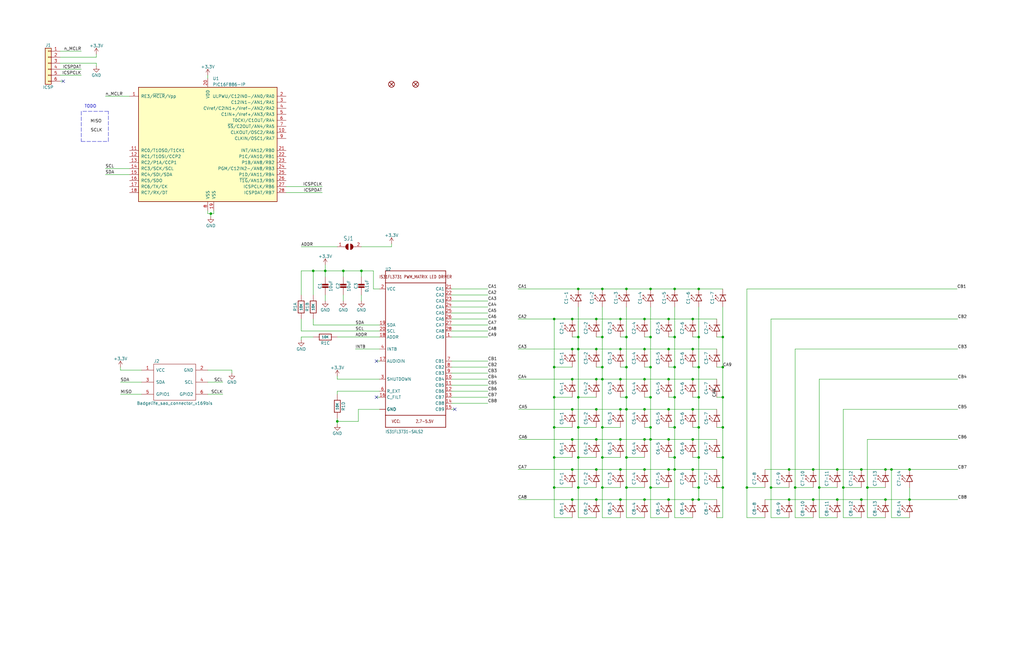
<source format=kicad_sch>
(kicad_sch (version 20211123) (generator eeschema)
  (paper "USLedger")
  (title_block (title "Vectrex SAO") (date "2022-09-24"))
  (lib_symbols
    (symbol "Badgelife:Badgelife_sao_connector_v169bis" (pin_names (offset 1.016))
      (property "Reference" "X" (at 0 0 0))
      (property "Value" "Badgelife_sao_connector_v169bis" (at 0 20.32 0))
      (symbol "Badgelife_sao_connector_v169bis_1_1"
        (pin input line (at -5.08 13.97 270) (length 5.08) (name "VCC") (number "1"))
        (pin input line (at -5.08 -13.97 90) (length 5.08) (name "GND") (number "2"))
        (pin input line (at 0 13.97 270) (length 5.08) (name "SDA") (number "3"))
        (pin input line (at 0 -13.97 90) (length 5.08) (name "SCL") (number "4"))
        (pin input line (at 5.08 13.97 270) (length 5.08) (name "GPIO1") (number "5"))
        (pin input line (at 5.08 -13.97 90) (length 5.08) (name "GPIO2") (number "6"))
      )
    )
    (symbol "Connector_Generic:Conn_01x06" (pin_names (offset 1.016) hide)
      (property "Reference" "J" (at 0 7.62 0))
      (property "Value" "Conn_01x06" (at 0 -10.16 0))
      (symbol "Conn_01x06_1_1"
        (pin passive line (at -5.08 5.08 0) (length 3.81) (name "Pin_1") (number "1"))
        (pin passive line (at -5.08 2.54 0) (length 3.81) (name "Pin_2") (number "2"))
        (pin passive line (at -5.08 0 0) (length 3.81) (name "Pin_3") (number "3"))
        (pin passive line (at -5.08 -2.54 0) (length 3.81) (name "Pin_4") (number "4"))
        (pin passive line (at -5.08 -5.08 0) (length 3.81) (name "Pin_5") (number "5"))
        (pin passive line (at -5.08 -7.62 0) (length 3.81) (name "Pin_6") (number "6"))
      )
    )
    (symbol "LED_1" (pin_numbers hide) (pin_names (offset 1.016) hide)
      (property "Reference" "D" (at 0.508 1.778 0))
      (property "Value" "LED_1" (at -1.016 -2.794 0))
      (symbol "LED_1_1_1"
        (pin passive line (at 2.54 0 180) (length 2.54) (name "K") (number "1"))
        (pin passive line (at -5.08 0 0) (length 2.54) (name "A") (number "2"))
      )
    )
    (symbol "LED_10" (pin_numbers hide) (pin_names (offset 1.016) hide)
      (property "Reference" "D" (at 0.508 1.778 0))
      (property "Value" "LED_10" (at -1.016 -2.794 0))
      (symbol "LED_10_1_1"
        (pin passive line (at 2.54 0 180) (length 2.54) (name "K") (number "1"))
        (pin passive line (at -5.08 0 0) (length 2.54) (name "A") (number "2"))
      )
    )
    (symbol "LED_11" (pin_numbers hide) (pin_names (offset 1.016) hide)
      (property "Reference" "D" (at 0.508 1.778 0))
      (property "Value" "LED_11" (at -1.016 -2.794 0))
      (symbol "LED_11_1_1"
        (pin passive line (at 2.54 0 180) (length 2.54) (name "K") (number "1"))
        (pin passive line (at -5.08 0 0) (length 2.54) (name "A") (number "2"))
      )
    )
    (symbol "LED_12" (pin_numbers hide) (pin_names (offset 1.016) hide)
      (property "Reference" "D" (at 0.508 1.778 0))
      (property "Value" "LED_12" (at -1.016 -2.794 0))
      (symbol "LED_12_1_1"
        (pin passive line (at 2.54 0 180) (length 2.54) (name "K") (number "1"))
        (pin passive line (at -5.08 0 0) (length 2.54) (name "A") (number "2"))
      )
    )
    (symbol "LED_13" (pin_numbers hide) (pin_names (offset 1.016) hide)
      (property "Reference" "D" (at 0.508 1.778 0))
      (property "Value" "LED_13" (at -1.016 -2.794 0))
      (symbol "LED_13_1_1"
        (pin passive line (at 2.54 0 180) (length 2.54) (name "K") (number "1"))
        (pin passive line (at -5.08 0 0) (length 2.54) (name "A") (number "2"))
      )
    )
    (symbol "LED_14" (pin_numbers hide) (pin_names (offset 1.016) hide)
      (property "Reference" "D" (at 0.508 1.778 0))
      (property "Value" "LED_14" (at -1.016 -2.794 0))
      (symbol "LED_14_1_1"
        (pin passive line (at 2.54 0 180) (length 2.54) (name "K") (number "1"))
        (pin passive line (at -5.08 0 0) (length 2.54) (name "A") (number "2"))
      )
    )
    (symbol "LED_15" (pin_numbers hide) (pin_names (offset 1.016) hide)
      (property "Reference" "D" (at 0.508 1.778 0))
      (property "Value" "LED_15" (at -1.016 -2.794 0))
      (symbol "LED_15_1_1"
        (pin passive line (at 2.54 0 180) (length 2.54) (name "K") (number "1"))
        (pin passive line (at -5.08 0 0) (length 2.54) (name "A") (number "2"))
      )
    )
    (symbol "LED_16" (pin_numbers hide) (pin_names (offset 1.016) hide)
      (property "Reference" "D" (at 0.508 1.778 0))
      (property "Value" "LED_16" (at -1.016 -2.794 0))
      (symbol "LED_16_1_1"
        (pin passive line (at 2.54 0 180) (length 2.54) (name "K") (number "1"))
        (pin passive line (at -5.08 0 0) (length 2.54) (name "A") (number "2"))
      )
    )
    (symbol "LED_17" (pin_numbers hide) (pin_names (offset 1.016) hide)
      (property "Reference" "D" (at 0.508 1.778 0))
      (property "Value" "LED_17" (at -1.016 -2.794 0))
      (symbol "LED_17_1_1"
        (pin passive line (at 2.54 0 180) (length 2.54) (name "K") (number "1"))
        (pin passive line (at -5.08 0 0) (length 2.54) (name "A") (number "2"))
      )
    )
    (symbol "LED_18" (pin_numbers hide) (pin_names (offset 1.016) hide)
      (property "Reference" "D" (at 0.508 1.778 0))
      (property "Value" "LED_18" (at -1.016 -2.794 0))
      (symbol "LED_18_1_1"
        (pin passive line (at 2.54 0 180) (length 2.54) (name "K") (number "1"))
        (pin passive line (at -5.08 0 0) (length 2.54) (name "A") (number "2"))
      )
    )
    (symbol "LED_19" (pin_numbers hide) (pin_names (offset 1.016) hide)
      (property "Reference" "D" (at 0.508 1.778 0))
      (property "Value" "LED_19" (at -1.016 -2.794 0))
      (symbol "LED_19_1_1"
        (pin passive line (at 2.54 0 180) (length 2.54) (name "K") (number "1"))
        (pin passive line (at -5.08 0 0) (length 2.54) (name "A") (number "2"))
      )
    )
    (symbol "LED_2" (pin_numbers hide) (pin_names (offset 1.016) hide)
      (property "Reference" "D" (at 0.508 1.778 0))
      (property "Value" "LED_2" (at -1.016 -2.794 0))
      (symbol "LED_2_1_1"
        (pin passive line (at 2.54 0 180) (length 2.54) (name "K") (number "1"))
        (pin passive line (at -5.08 0 0) (length 2.54) (name "A") (number "2"))
      )
    )
    (symbol "LED_20" (pin_numbers hide) (pin_names (offset 1.016) hide)
      (property "Reference" "D" (at 0.508 1.778 0))
      (property "Value" "LED_20" (at -1.016 -2.794 0))
      (symbol "LED_20_1_1"
        (pin passive line (at 2.54 0 180) (length 2.54) (name "K") (number "1"))
        (pin passive line (at -5.08 0 0) (length 2.54) (name "A") (number "2"))
      )
    )
    (symbol "LED_21" (pin_numbers hide) (pin_names (offset 1.016) hide)
      (property "Reference" "D" (at 0.508 1.778 0))
      (property "Value" "LED_21" (at -1.016 -2.794 0))
      (symbol "LED_21_1_1"
        (pin passive line (at 2.54 0 180) (length 2.54) (name "K") (number "1"))
        (pin passive line (at -5.08 0 0) (length 2.54) (name "A") (number "2"))
      )
    )
    (symbol "LED_22" (pin_numbers hide) (pin_names (offset 1.016) hide)
      (property "Reference" "D" (at 0.508 1.778 0))
      (property "Value" "LED_22" (at -1.016 -2.794 0))
      (symbol "LED_22_1_1"
        (pin passive line (at 2.54 0 180) (length 2.54) (name "K") (number "1"))
        (pin passive line (at -5.08 0 0) (length 2.54) (name "A") (number "2"))
      )
    )
    (symbol "LED_23" (pin_numbers hide) (pin_names (offset 1.016) hide)
      (property "Reference" "D" (at 0.508 1.778 0))
      (property "Value" "LED_23" (at -1.016 -2.794 0))
      (symbol "LED_23_1_1"
        (pin passive line (at 2.54 0 180) (length 2.54) (name "K") (number "1"))
        (pin passive line (at -5.08 0 0) (length 2.54) (name "A") (number "2"))
      )
    )
    (symbol "LED_24" (pin_numbers hide) (pin_names (offset 1.016) hide)
      (property "Reference" "D" (at 0.508 1.778 0))
      (property "Value" "LED_24" (at -1.016 -2.794 0))
      (symbol "LED_24_1_1"
        (pin passive line (at 2.54 0 180) (length 2.54) (name "K") (number "1"))
        (pin passive line (at -5.08 0 0) (length 2.54) (name "A") (number "2"))
      )
    )
    (symbol "LED_25" (pin_numbers hide) (pin_names (offset 1.016) hide)
      (property "Reference" "D" (at 0.508 1.778 0))
      (property "Value" "LED_25" (at -1.016 -2.794 0))
      (symbol "LED_25_1_1"
        (pin passive line (at 2.54 0 180) (length 2.54) (name "K") (number "1"))
        (pin passive line (at -5.08 0 0) (length 2.54) (name "A") (number "2"))
      )
    )
    (symbol "LED_26" (pin_numbers hide) (pin_names (offset 1.016) hide)
      (property "Reference" "D" (at 0.508 1.778 0))
      (property "Value" "LED_26" (at -1.016 -2.794 0))
      (symbol "LED_26_1_1"
        (pin passive line (at 2.54 0 180) (length 2.54) (name "K") (number "1"))
        (pin passive line (at -5.08 0 0) (length 2.54) (name "A") (number "2"))
      )
    )
    (symbol "LED_27" (pin_numbers hide) (pin_names (offset 1.016) hide)
      (property "Reference" "D" (at 0.508 1.778 0))
      (property "Value" "LED_27" (at -1.016 -2.794 0))
      (symbol "LED_27_1_1"
        (pin passive line (at 2.54 0 180) (length 2.54) (name "K") (number "1"))
        (pin passive line (at -5.08 0 0) (length 2.54) (name "A") (number "2"))
      )
    )
    (symbol "LED_28" (pin_numbers hide) (pin_names (offset 1.016) hide)
      (property "Reference" "D" (at 0.508 1.778 0))
      (property "Value" "LED_28" (at -1.016 -2.794 0))
      (symbol "LED_28_1_1"
        (pin passive line (at 2.54 0 180) (length 2.54) (name "K") (number "1"))
        (pin passive line (at -5.08 0 0) (length 2.54) (name "A") (number "2"))
      )
    )
    (symbol "LED_29" (pin_numbers hide) (pin_names (offset 1.016) hide)
      (property "Reference" "D" (at 0.508 1.778 0))
      (property "Value" "LED_29" (at -1.016 -2.794 0))
      (symbol "LED_29_1_1"
        (pin passive line (at 2.54 0 180) (length 2.54) (name "K") (number "1"))
        (pin passive line (at -5.08 0 0) (length 2.54) (name "A") (number "2"))
      )
    )
    (symbol "LED_3" (pin_numbers hide) (pin_names (offset 1.016) hide)
      (property "Reference" "D" (at 0.508 1.778 0))
      (property "Value" "LED_3" (at -1.016 -2.794 0))
      (symbol "LED_3_1_1"
        (pin passive line (at 2.54 0 180) (length 2.54) (name "K") (number "1"))
        (pin passive line (at -5.08 0 0) (length 2.54) (name "A") (number "2"))
      )
    )
    (symbol "LED_30" (pin_numbers hide) (pin_names (offset 1.016) hide)
      (property "Reference" "D" (at 0.508 1.778 0))
      (property "Value" "LED_30" (at -1.016 -2.794 0))
      (symbol "LED_30_1_1"
        (pin passive line (at 2.54 0 180) (length 2.54) (name "K") (number "1"))
        (pin passive line (at -5.08 0 0) (length 2.54) (name "A") (number "2"))
      )
    )
    (symbol "LED_31" (pin_numbers hide) (pin_names (offset 1.016) hide)
      (property "Reference" "D" (at 0.508 1.778 0))
      (property "Value" "LED_31" (at -1.016 -2.794 0))
      (symbol "LED_31_1_1"
        (pin passive line (at 2.54 0 180) (length 2.54) (name "K") (number "1"))
        (pin passive line (at -5.08 0 0) (length 2.54) (name "A") (number "2"))
      )
    )
    (symbol "LED_32" (pin_numbers hide) (pin_names (offset 1.016) hide)
      (property "Reference" "D" (at 0.508 1.778 0))
      (property "Value" "LED_32" (at -1.016 -2.794 0))
      (symbol "LED_32_1_1"
        (pin passive line (at 2.54 0 180) (length 2.54) (name "K") (number "1"))
        (pin passive line (at -5.08 0 0) (length 2.54) (name "A") (number "2"))
      )
    )
    (symbol "LED_33" (pin_numbers hide) (pin_names (offset 1.016) hide)
      (property "Reference" "D" (at 0.508 1.778 0))
      (property "Value" "LED_33" (at -1.016 -2.794 0))
      (symbol "LED_33_1_1"
        (pin passive line (at 2.54 0 180) (length 2.54) (name "K") (number "1"))
        (pin passive line (at -5.08 0 0) (length 2.54) (name "A") (number "2"))
      )
    )
    (symbol "LED_34" (pin_numbers hide) (pin_names (offset 1.016) hide)
      (property "Reference" "D" (at 0.508 1.778 0))
      (property "Value" "LED_34" (at -1.016 -2.794 0))
      (symbol "LED_34_1_1"
        (pin passive line (at 2.54 0 180) (length 2.54) (name "K") (number "1"))
        (pin passive line (at -5.08 0 0) (length 2.54) (name "A") (number "2"))
      )
    )
    (symbol "LED_35" (pin_numbers hide) (pin_names (offset 1.016) hide)
      (property "Reference" "D" (at 0.508 1.778 0))
      (property "Value" "LED_35" (at -1.016 -2.794 0))
      (symbol "LED_35_1_1"
        (pin passive line (at 2.54 0 180) (length 2.54) (name "K") (number "1"))
        (pin passive line (at -5.08 0 0) (length 2.54) (name "A") (number "2"))
      )
    )
    (symbol "LED_36" (pin_numbers hide) (pin_names (offset 1.016) hide)
      (property "Reference" "D" (at 0.508 1.778 0))
      (property "Value" "LED_36" (at -1.016 -2.794 0))
      (symbol "LED_36_1_1"
        (pin passive line (at 2.54 0 180) (length 2.54) (name "K") (number "1"))
        (pin passive line (at -5.08 0 0) (length 2.54) (name "A") (number "2"))
      )
    )
    (symbol "LED_37" (pin_numbers hide) (pin_names (offset 1.016) hide)
      (property "Reference" "D" (at 0.508 1.778 0))
      (property "Value" "LED_37" (at -1.016 -2.794 0))
      (symbol "LED_37_1_1"
        (pin passive line (at 2.54 0 180) (length 2.54) (name "K") (number "1"))
        (pin passive line (at -5.08 0 0) (length 2.54) (name "A") (number "2"))
      )
    )
    (symbol "LED_38" (pin_numbers hide) (pin_names (offset 1.016) hide)
      (property "Reference" "D" (at 0.508 1.778 0))
      (property "Value" "LED_38" (at -1.016 -2.794 0))
      (symbol "LED_38_1_1"
        (pin passive line (at 2.54 0 180) (length 2.54) (name "K") (number "1"))
        (pin passive line (at -5.08 0 0) (length 2.54) (name "A") (number "2"))
      )
    )
    (symbol "LED_39" (pin_numbers hide) (pin_names (offset 1.016) hide)
      (property "Reference" "D" (at 0.508 1.778 0))
      (property "Value" "LED_39" (at -1.016 -2.794 0))
      (symbol "LED_39_1_1"
        (pin passive line (at 2.54 0 180) (length 2.54) (name "K") (number "1"))
        (pin passive line (at -5.08 0 0) (length 2.54) (name "A") (number "2"))
      )
    )
    (symbol "LED_4" (pin_numbers hide) (pin_names (offset 1.016) hide)
      (property "Reference" "D" (at 0.508 1.778 0))
      (property "Value" "LED_4" (at -1.016 -2.794 0))
      (symbol "LED_4_1_1"
        (pin passive line (at 2.54 0 180) (length 2.54) (name "K") (number "1"))
        (pin passive line (at -5.08 0 0) (length 2.54) (name "A") (number "2"))
      )
    )
    (symbol "LED_40" (pin_numbers hide) (pin_names (offset 1.016) hide)
      (property "Reference" "D" (at 0.508 1.778 0))
      (property "Value" "LED_40" (at -1.016 -2.794 0))
      (symbol "LED_40_1_1"
        (pin passive line (at 2.54 0 180) (length 2.54) (name "K") (number "1"))
        (pin passive line (at -5.08 0 0) (length 2.54) (name "A") (number "2"))
      )
    )
    (symbol "LED_41" (pin_numbers hide) (pin_names (offset 1.016) hide)
      (property "Reference" "D" (at 0.508 1.778 0))
      (property "Value" "LED_41" (at -1.016 -2.794 0))
      (symbol "LED_41_1_1"
        (pin passive line (at 2.54 0 180) (length 2.54) (name "K") (number "1"))
        (pin passive line (at -5.08 0 0) (length 2.54) (name "A") (number "2"))
      )
    )
    (symbol "LED_42" (pin_numbers hide) (pin_names (offset 1.016) hide)
      (property "Reference" "D" (at 0.508 1.778 0))
      (property "Value" "LED_42" (at -1.016 -2.794 0))
      (symbol "LED_42_1_1"
        (pin passive line (at 2.54 0 180) (length 2.54) (name "K") (number "1"))
        (pin passive line (at -5.08 0 0) (length 2.54) (name "A") (number "2"))
      )
    )
    (symbol "LED_43" (pin_numbers hide) (pin_names (offset 1.016) hide)
      (property "Reference" "D" (at 0.508 1.778 0))
      (property "Value" "LED_43" (at -1.016 -2.794 0))
      (symbol "LED_43_1_1"
        (pin passive line (at 2.54 0 180) (length 2.54) (name "K") (number "1"))
        (pin passive line (at -5.08 0 0) (length 2.54) (name "A") (number "2"))
      )
    )
    (symbol "LED_44" (pin_numbers hide) (pin_names (offset 1.016) hide)
      (property "Reference" "D" (at 0.508 1.778 0))
      (property "Value" "LED_44" (at -1.016 -2.794 0))
      (symbol "LED_44_1_1"
        (pin passive line (at 2.54 0 180) (length 2.54) (name "K") (number "1"))
        (pin passive line (at -5.08 0 0) (length 2.54) (name "A") (number "2"))
      )
    )
    (symbol "LED_45" (pin_numbers hide) (pin_names (offset 1.016) hide)
      (property "Reference" "D" (at 0.508 1.778 0))
      (property "Value" "LED_45" (at -1.016 -2.794 0))
      (symbol "LED_45_1_1"
        (pin passive line (at 2.54 0 180) (length 2.54) (name "K") (number "1"))
        (pin passive line (at -5.08 0 0) (length 2.54) (name "A") (number "2"))
      )
    )
    (symbol "LED_46" (pin_numbers hide) (pin_names (offset 1.016) hide)
      (property "Reference" "D" (at 0.508 1.778 0))
      (property "Value" "LED_46" (at -1.016 -2.794 0))
      (symbol "LED_46_1_1"
        (pin passive line (at 2.54 0 180) (length 2.54) (name "K") (number "1"))
        (pin passive line (at -5.08 0 0) (length 2.54) (name "A") (number "2"))
      )
    )
    (symbol "LED_47" (pin_numbers hide) (pin_names (offset 1.016) hide)
      (property "Reference" "D" (at 0.508 1.778 0))
      (property "Value" "LED_47" (at -1.016 -2.794 0))
      (symbol "LED_47_1_1"
        (pin passive line (at 2.54 0 180) (length 2.54) (name "K") (number "1"))
        (pin passive line (at -5.08 0 0) (length 2.54) (name "A") (number "2"))
      )
    )
    (symbol "LED_48" (pin_numbers hide) (pin_names (offset 1.016) hide)
      (property "Reference" "D" (at 0.508 1.778 0))
      (property "Value" "LED_48" (at -1.016 -2.794 0))
      (symbol "LED_48_1_1"
        (pin passive line (at 2.54 0 180) (length 2.54) (name "K") (number "1"))
        (pin passive line (at -5.08 0 0) (length 2.54) (name "A") (number "2"))
      )
    )
    (symbol "LED_49" (pin_numbers hide) (pin_names (offset 1.016) hide)
      (property "Reference" "D" (at 0.508 1.778 0))
      (property "Value" "LED_49" (at -1.016 -2.794 0))
      (symbol "LED_49_1_1"
        (pin passive line (at 2.54 0 180) (length 2.54) (name "K") (number "1"))
        (pin passive line (at -5.08 0 0) (length 2.54) (name "A") (number "2"))
      )
    )
    (symbol "LED_5" (pin_numbers hide) (pin_names (offset 1.016) hide)
      (property "Reference" "D" (at 0.508 1.778 0))
      (property "Value" "LED_5" (at -1.016 -2.794 0))
      (symbol "LED_5_1_1"
        (pin passive line (at 2.54 0 180) (length 2.54) (name "K") (number "1"))
        (pin passive line (at -5.08 0 0) (length 2.54) (name "A") (number "2"))
      )
    )
    (symbol "LED_50" (pin_numbers hide) (pin_names (offset 1.016) hide)
      (property "Reference" "D" (at 0.508 1.778 0))
      (property "Value" "LED_50" (at -1.016 -2.794 0))
      (symbol "LED_50_1_1"
        (pin passive line (at 2.54 0 180) (length 2.54) (name "K") (number "1"))
        (pin passive line (at -5.08 0 0) (length 2.54) (name "A") (number "2"))
      )
    )
    (symbol "LED_51" (pin_numbers hide) (pin_names (offset 1.016) hide)
      (property "Reference" "D" (at 0.508 1.778 0))
      (property "Value" "LED_51" (at -1.016 -2.794 0))
      (symbol "LED_51_1_1"
        (pin passive line (at 2.54 0 180) (length 2.54) (name "K") (number "1"))
        (pin passive line (at -5.08 0 0) (length 2.54) (name "A") (number "2"))
      )
    )
    (symbol "LED_52" (pin_numbers hide) (pin_names (offset 1.016) hide)
      (property "Reference" "D" (at 0.508 1.778 0))
      (property "Value" "LED_52" (at -1.016 -2.794 0))
      (symbol "LED_52_1_1"
        (pin passive line (at 2.54 0 180) (length 2.54) (name "K") (number "1"))
        (pin passive line (at -5.08 0 0) (length 2.54) (name "A") (number "2"))
      )
    )
    (symbol "LED_53" (pin_numbers hide) (pin_names (offset 1.016) hide)
      (property "Reference" "D" (at 0.508 1.778 0))
      (property "Value" "LED_53" (at -1.016 -2.794 0))
      (symbol "LED_53_1_1"
        (pin passive line (at 2.54 0 180) (length 2.54) (name "K") (number "1"))
        (pin passive line (at -5.08 0 0) (length 2.54) (name "A") (number "2"))
      )
    )
    (symbol "LED_54" (pin_numbers hide) (pin_names (offset 1.016) hide)
      (property "Reference" "D" (at 0.508 1.778 0))
      (property "Value" "LED_54" (at -1.016 -2.794 0))
      (symbol "LED_54_1_1"
        (pin passive line (at 2.54 0 180) (length 2.54) (name "K") (number "1"))
        (pin passive line (at -5.08 0 0) (length 2.54) (name "A") (number "2"))
      )
    )
    (symbol "LED_55" (pin_numbers hide) (pin_names (offset 1.016) hide)
      (property "Reference" "D" (at 0.508 1.778 0))
      (property "Value" "LED_55" (at -1.016 -2.794 0))
      (symbol "LED_55_1_1"
        (pin passive line (at 2.54 0 180) (length 2.54) (name "K") (number "1"))
        (pin passive line (at -5.08 0 0) (length 2.54) (name "A") (number "2"))
      )
    )
    (symbol "LED_56" (pin_numbers hide) (pin_names (offset 1.016) hide)
      (property "Reference" "D" (at 0.508 1.778 0))
      (property "Value" "LED_56" (at -1.016 -2.794 0))
      (symbol "LED_56_1_1"
        (pin passive line (at 2.54 0 180) (length 2.54) (name "K") (number "1"))
        (pin passive line (at -5.08 0 0) (length 2.54) (name "A") (number "2"))
      )
    )
    (symbol "LED_57" (pin_numbers hide) (pin_names (offset 1.016) hide)
      (property "Reference" "D" (at 0.508 1.778 0))
      (property "Value" "LED_57" (at -1.016 -2.794 0))
      (symbol "LED_57_1_1"
        (pin passive line (at 2.54 0 180) (length 2.54) (name "K") (number "1"))
        (pin passive line (at -5.08 0 0) (length 2.54) (name "A") (number "2"))
      )
    )
    (symbol "LED_58" (pin_numbers hide) (pin_names (offset 1.016) hide)
      (property "Reference" "D" (at 0.508 1.778 0))
      (property "Value" "LED_58" (at -1.016 -2.794 0))
      (symbol "LED_58_1_1"
        (pin passive line (at 2.54 0 180) (length 2.54) (name "K") (number "1"))
        (pin passive line (at -5.08 0 0) (length 2.54) (name "A") (number "2"))
      )
    )
    (symbol "LED_59" (pin_numbers hide) (pin_names (offset 1.016) hide)
      (property "Reference" "D" (at 0.508 1.778 0))
      (property "Value" "LED_59" (at -1.016 -2.794 0))
      (symbol "LED_59_1_1"
        (pin passive line (at 2.54 0 180) (length 2.54) (name "K") (number "1"))
        (pin passive line (at -5.08 0 0) (length 2.54) (name "A") (number "2"))
      )
    )
    (symbol "LED_6" (pin_numbers hide) (pin_names (offset 1.016) hide)
      (property "Reference" "D" (at 0.508 1.778 0))
      (property "Value" "LED_6" (at -1.016 -2.794 0))
      (symbol "LED_6_1_1"
        (pin passive line (at 2.54 0 180) (length 2.54) (name "K") (number "1"))
        (pin passive line (at -5.08 0 0) (length 2.54) (name "A") (number "2"))
      )
    )
    (symbol "LED_60" (pin_numbers hide) (pin_names (offset 1.016) hide)
      (property "Reference" "D" (at 0.508 1.778 0))
      (property "Value" "LED_60" (at -1.016 -2.794 0))
      (symbol "LED_60_1_1"
        (pin passive line (at 2.54 0 180) (length 2.54) (name "K") (number "1"))
        (pin passive line (at -5.08 0 0) (length 2.54) (name "A") (number "2"))
      )
    )
    (symbol "LED_61" (pin_numbers hide) (pin_names (offset 1.016) hide)
      (property "Reference" "D" (at 0.508 1.778 0))
      (property "Value" "LED_61" (at -1.016 -2.794 0))
      (symbol "LED_61_1_1"
        (pin passive line (at 2.54 0 180) (length 2.54) (name "K") (number "1"))
        (pin passive line (at -5.08 0 0) (length 2.54) (name "A") (number "2"))
      )
    )
    (symbol "LED_62" (pin_numbers hide) (pin_names (offset 1.016) hide)
      (property "Reference" "D" (at 0.508 1.778 0))
      (property "Value" "LED_62" (at -1.016 -2.794 0))
      (symbol "LED_62_1_1"
        (pin passive line (at 2.54 0 180) (length 2.54) (name "K") (number "1"))
        (pin passive line (at -5.08 0 0) (length 2.54) (name "A") (number "2"))
      )
    )
    (symbol "LED_63" (pin_numbers hide) (pin_names (offset 1.016) hide)
      (property "Reference" "D" (at 0.508 1.778 0))
      (property "Value" "LED_63" (at -1.016 -2.794 0))
      (symbol "LED_63_1_1"
        (pin passive line (at 2.54 0 180) (length 2.54) (name "K") (number "1"))
        (pin passive line (at -5.08 0 0) (length 2.54) (name "A") (number "2"))
      )
    )
    (symbol "LED_64" (pin_numbers hide) (pin_names (offset 1.016) hide)
      (property "Reference" "D" (at 0.508 1.778 0))
      (property "Value" "LED_64" (at -1.016 -2.794 0))
      (symbol "LED_64_1_1"
        (pin passive line (at 2.54 0 180) (length 2.54) (name "K") (number "1"))
        (pin passive line (at -5.08 0 0) (length 2.54) (name "A") (number "2"))
      )
    )
    (symbol "LED_65" (pin_numbers hide) (pin_names (offset 1.016) hide)
      (property "Reference" "D" (at 0.508 1.778 0))
      (property "Value" "LED_65" (at -1.016 -2.794 0))
      (symbol "LED_65_1_1"
        (pin passive line (at 2.54 0 180) (length 2.54) (name "K") (number "1"))
        (pin passive line (at -5.08 0 0) (length 2.54) (name "A") (number "2"))
      )
    )
    (symbol "LED_66" (pin_numbers hide) (pin_names (offset 1.016) hide)
      (property "Reference" "D" (at 0.508 1.778 0))
      (property "Value" "LED_66" (at -1.016 -2.794 0))
      (symbol "LED_66_1_1"
        (pin passive line (at 2.54 0 180) (length 2.54) (name "K") (number "1"))
        (pin passive line (at -5.08 0 0) (length 2.54) (name "A") (number "2"))
      )
    )
    (symbol "LED_67" (pin_numbers hide) (pin_names (offset 1.016) hide)
      (property "Reference" "D" (at 0.508 1.778 0))
      (property "Value" "LED_67" (at -1.016 -2.794 0))
      (symbol "LED_67_1_1"
        (pin passive line (at 2.54 0 180) (length 2.54) (name "K") (number "1"))
        (pin passive line (at -5.08 0 0) (length 2.54) (name "A") (number "2"))
      )
    )
    (symbol "LED_68" (pin_numbers hide) (pin_names (offset 1.016) hide)
      (property "Reference" "D" (at 0.508 1.778 0))
      (property "Value" "LED_68" (at -1.016 -2.794 0))
      (symbol "LED_68_1_1"
        (pin passive line (at 2.54 0 180) (length 2.54) (name "K") (number "1"))
        (pin passive line (at -5.08 0 0) (length 2.54) (name "A") (number "2"))
      )
    )
    (symbol "LED_69" (pin_numbers hide) (pin_names (offset 1.016) hide)
      (property "Reference" "D" (at 0.508 1.778 0))
      (property "Value" "LED_69" (at -1.016 -2.794 0))
      (symbol "LED_69_1_1"
        (pin passive line (at 2.54 0 180) (length 2.54) (name "K") (number "1"))
        (pin passive line (at -5.08 0 0) (length 2.54) (name "A") (number "2"))
      )
    )
    (symbol "LED_7" (pin_numbers hide) (pin_names (offset 1.016) hide)
      (property "Reference" "D" (at 0.508 1.778 0))
      (property "Value" "LED_7" (at -1.016 -2.794 0))
      (symbol "LED_7_1_1"
        (pin passive line (at 2.54 0 180) (length 2.54) (name "K") (number "1"))
        (pin passive line (at -5.08 0 0) (length 2.54) (name "A") (number "2"))
      )
    )
    (symbol "LED_8" (pin_numbers hide) (pin_names (offset 1.016) hide)
      (property "Reference" "D" (at 0.508 1.778 0))
      (property "Value" "LED_8" (at -1.016 -2.794 0))
      (symbol "LED_8_1_1"
        (pin passive line (at 2.54 0 180) (length 2.54) (name "K") (number "1"))
        (pin passive line (at -5.08 0 0) (length 2.54) (name "A") (number "2"))
      )
    )
    (symbol "LED_9" (pin_numbers hide) (pin_names (offset 1.016) hide)
      (property "Reference" "D" (at 0.508 1.778 0))
      (property "Value" "LED_9" (at -1.016 -2.794 0))
      (symbol "LED_9_1_1"
        (pin passive line (at 2.54 0 180) (length 2.54) (name "K") (number "1"))
        (pin passive line (at -5.08 0 0) (length 2.54) (name "A") (number "2"))
      )
    )
    (symbol "MCU_Microchip_PIC16:PIC16F886-IP" (pin_names (offset 1.016))
      (property "Reference" "U" (at 13.97 27.94 0))
      (property "Value" "PIC16F886-IP" (at 13.97 25.4 0))
      (symbol "PIC16F886-IP_1_1"
        (pin bidirectional line (at -33.02 20.32 0) (length 3.81) (name "RE3/~{MCLR}/Vpp") (number "1"))
        (pin bidirectional line (at 33.02 5.08 180) (length 3.81) (name "CLKOUT/OSC2/RA6") (number "10"))
        (pin bidirectional line (at -33.02 -2.54 0) (length 3.81) (name "RC0/T1OSO/T1CK1") (number "11"))
        (pin bidirectional line (at -33.02 -5.08 0) (length 3.81) (name "RC1/T1OSI/CCP2") (number "12"))
        (pin bidirectional line (at -33.02 -7.62 0) (length 3.81) (name "RC2/P1A/CCP1") (number "13"))
        (pin bidirectional line (at -33.02 -10.16 0) (length 3.81) (name "RC3/SCK/SCL") (number "14"))
        (pin bidirectional line (at -33.02 -12.7 0) (length 3.81) (name "RC4/SDI/SDA") (number "15"))
        (pin bidirectional line (at -33.02 -15.24 0) (length 3.81) (name "RC5/SDO") (number "16"))
        (pin bidirectional line (at -33.02 -17.78 0) (length 3.81) (name "RC6/TX/CK") (number "17"))
        (pin bidirectional line (at -33.02 -20.32 0) (length 3.81) (name "RC7/RX/DT") (number "18"))
        (pin power_in line (at 2.54 -27.94 90) (length 3.81) (name "VSS") (number "19"))
        (pin bidirectional line (at 33.02 20.32 180) (length 3.81) (name "ULPWU/C12IN0-/AN0/RA0") (number "2"))
        (pin power_in line (at 0 27.94 270) (length 3.81) (name "VDD") (number "20"))
        (pin bidirectional line (at 33.02 -2.54 180) (length 3.81) (name "INT/AN12/RB0") (number "21"))
        (pin bidirectional line (at 33.02 -5.08 180) (length 3.81) (name "P1C/AN10/RB1") (number "22"))
        (pin bidirectional line (at 33.02 -7.62 180) (length 3.81) (name "P1B/AN8/RB2") (number "23"))
        (pin bidirectional line (at 33.02 -10.16 180) (length 3.81) (name "PGM/C12IN2-/AN8/RB3") (number "24"))
        (pin bidirectional line (at 33.02 -12.7 180) (length 3.81) (name "P1D/AN11/RB4") (number "25"))
        (pin bidirectional line (at 33.02 -15.24 180) (length 3.81) (name "~{T1G}/AN13/RB5") (number "26"))
        (pin bidirectional line (at 33.02 -17.78 180) (length 3.81) (name "ICSPCLK/RB6") (number "27"))
        (pin bidirectional line (at 33.02 -20.32 180) (length 3.81) (name "ICSPDAT/RB7") (number "28"))
        (pin bidirectional line (at 33.02 17.78 180) (length 3.81) (name "C12IN1-/AN1/RA1") (number "3"))
        (pin bidirectional line (at 33.02 15.24 180) (length 3.81) (name "CVref/C2IN1+/Vref-/AN2/RA2") (number "4"))
        (pin bidirectional line (at 33.02 12.7 180) (length 3.81) (name "C1IN+/Vref+/AN3/RA3") (number "5"))
        (pin bidirectional line (at 33.02 10.16 180) (length 3.81) (name "T0CKI/C1OUT/RA4") (number "6"))
        (pin bidirectional line (at 33.02 7.62 180) (length 3.81) (name "~{SS}/C2OUT/AN4/RA5") (number "7"))
        (pin power_in line (at 0 -27.94 90) (length 3.81) (name "VSS") (number "8"))
        (pin input line (at 33.02 2.54 180) (length 3.81) (name "CLKIN/OSC1/RA7") (number "9"))
      )
    )
    (symbol "power:+3.3V" (power) (pin_numbers hide) (pin_names (offset 0) hide)
      (property "Value" "+3.3V" (at 0 3.556 0))
      (symbol "+3.3V_1_1"
        (pin power_in line (at 0 0 90) (length 0) hide (name "+3.3V") (number "1"))
      )
    )
    (symbol "power:GND" (power) (pin_numbers hide) (pin_names (offset 0) hide)
      (property "Value" "GND" (at 0 -3.81 0))
      (symbol "GND_1_1"
        (pin power_in line (at 0 0 270) (length 0) hide (name "GND") (number "1"))
      )
    )
    (symbol "vectrex-sao-eagle-import:CAP_CERAMIC0805-NOOUTLINE"
      (property "Reference" "C" (at -2.29 1.25 90))
      (property "Value" "CAP_CERAMIC0805-NOOUTLINE" (at 2.3 1.25 90))
      (symbol "CAP_CERAMIC0805-NOOUTLINE_1_0"
        (pin passive line (at 0 5.08 270) (length 2.54) (name "1") (number "1"))
        (pin passive line (at 0 -2.54 90) (length 2.54) (name "2") (number "2"))
      )
    )
    (symbol "vectrex-sao-eagle-import:FIDUCIAL{dblquote}{dblquote}")
    (symbol "vectrex-sao-eagle-import:IS31FL3731QFN"
      (property "Reference" "U" (at -12.7 35.56 0))
      (property "Value" "IS31FL3731QFN" (at -12.7 -35.56 0))
      (symbol "IS31FL3731QFN_1_0"
        (text "2.7-5.5V" (at 0 -30.48 0) (effects (font (size 1.27 1.0795)) (justify left)))
        (text "IS31FL3731 PWM_MATRIX LED DRIVER" (at 0 30.48 0) (effects (font (size 1.27 1.0795))))
        (text "VCC:" (at -10.16 -30.48 0) (effects (font (size 1.27 1.0795)) (justify left)))
        (pin bidirectional line (at 15.24 5.08 180) (length 2.54) (name "CA9") (number "1"))
        (pin bidirectional line (at 15.24 -12.7 180) (length 2.54) (name "CB4") (number "10"))
        (pin bidirectional line (at 15.24 -15.24 180) (length 2.54) (name "CB5") (number "11"))
        (pin bidirectional line (at 15.24 -17.78 180) (length 2.54) (name "CB6") (number "12"))
        (pin bidirectional line (at 15.24 -20.32 180) (length 2.54) (name "CB7") (number "13"))
        (pin bidirectional line (at 15.24 -22.86 180) (length 2.54) (name "CB8") (number "14"))
        (pin bidirectional line (at 15.24 -25.4 180) (length 2.54) (name "CB9") (number "15"))
        (pin bidirectional line (at -15.24 -20.32 0) (length 2.54) (name "C_FILT") (number "16"))
        (pin input line (at -15.24 -5.08 0) (length 2.54) (name "AUDIOIN") (number "17"))
        (pin bidirectional line (at -15.24 5.08 0) (length 2.54) (name "ADDR") (number "18"))
        (pin bidirectional line (at -15.24 10.16 0) (length 2.54) (name "SDA") (number "19"))
        (pin power_in line (at -15.24 25.4 0) (length 2.54) (name "VCC") (number "2"))
        (pin bidirectional line (at -15.24 7.62 0) (length 2.54) (name "SCL") (number "20"))
        (pin bidirectional line (at 15.24 25.4 180) (length 2.54) (name "CA1") (number "21"))
        (pin bidirectional line (at 15.24 22.86 180) (length 2.54) (name "CA2") (number "22"))
        (pin bidirectional line (at 15.24 20.32 180) (length 2.54) (name "CA3") (number "23"))
        (pin bidirectional line (at 15.24 17.78 180) (length 2.54) (name "CA4") (number "24"))
        (pin bidirectional line (at 15.24 15.24 180) (length 2.54) (name "CA5") (number "25"))
        (pin bidirectional line (at 15.24 12.7 180) (length 2.54) (name "CA6") (number "26"))
        (pin bidirectional line (at 15.24 10.16 180) (length 2.54) (name "CA7") (number "27"))
        (pin bidirectional line (at 15.24 7.62 180) (length 2.54) (name "CA8") (number "28"))
        (pin input line (at -15.24 -12.7 0) (length 2.54) (name "SHUTDOWN") (number "3"))
        (pin output line (at -15.24 0 0) (length 2.54) (name "INTB") (number "4"))
        (pin power_in line (at -15.24 -25.4 0) (length 2.54) (name "GND") (number "5"))
        (pin bidirectional line (at -15.24 -17.78 0) (length 2.54) (name "R_EXT") (number "6"))
        (pin bidirectional line (at 15.24 -5.08 180) (length 2.54) (name "CB1") (number "7"))
        (pin bidirectional line (at 15.24 -7.62 180) (length 2.54) (name "CB2") (number "8"))
        (pin bidirectional line (at 15.24 -10.16 180) (length 2.54) (name "CB3") (number "9"))
        (pin power_in line (at -15.24 -25.4 0) (length 2.54) (name "GND") (number "THERMAL"))
      )
    )
    (symbol "vectrex-sao-eagle-import:RESISTOR_4PACK"
      (property "Reference" "R" (at 0 2.54 0))
      (property "Value" "RESISTOR_4PACK" (at 0 0 0))
      (symbol "RESISTOR_4PACK_1_0"
        (pin passive line (at -5.08 0 0) (length 2.54) (name "1") (number "1"))
        (pin passive line (at 5.08 0 180) (length 2.54) (name "2") (number "8"))
      )
      (symbol "RESISTOR_4PACK_2_0"
        (pin passive line (at -5.08 0 0) (length 2.54) (name "1") (number "2"))
        (pin passive line (at 5.08 0 180) (length 2.54) (name "2") (number "7"))
      )
      (symbol "RESISTOR_4PACK_3_0"
        (pin passive line (at -5.08 0 0) (length 2.54) (name "1") (number "3"))
        (pin passive line (at 5.08 0 180) (length 2.54) (name "2") (number "6"))
      )
      (symbol "RESISTOR_4PACK_4_0"
        (pin passive line (at -5.08 0 0) (length 2.54) (name "1") (number "4"))
        (pin passive line (at 5.08 0 180) (length 2.54) (name "2") (number "5"))
      )
    )
    (symbol "vectrex-sao-eagle-import:SOLDERJUMPER"
      (property "Reference" "SJ" (at -2.54 2.54 0))
      (property "Value" "SOLDERJUMPER" (at -2.54 -3.81 0))
      (symbol "SOLDERJUMPER_1_0"
        (pin passive line (at -5.08 0 0) (length 2.54) (name "1") (number "1"))
        (pin passive line (at 5.08 0 180) (length 2.54) (name "2") (number "2"))
      )
    )
    (symbol "vectrex-sao:LED" (pin_numbers hide) (pin_names (offset 1.016) hide)
      (property "Reference" "D" (at 0.508 1.778 0))
      (property "Value" "LED" (at -1.016 -2.794 0))
      (symbol "LED_1_1"
        (pin passive line (at 2.54 0 180) (length 2.54) (name "K") (number "1"))
        (pin passive line (at -5.08 0 0) (length 2.54) (name "A") (number "2"))
      )
    )
  )
  (junction (at 264.16 167.64))
  (junction (at 375.92 198.12))
  (junction (at 233.68 167.64))
  (junction (at 274.32 142.24))
  (junction (at 264.16 193.04))
  (junction (at 363.22 198.12))
  (junction (at 373.38 210.82))
  (junction (at 274.32 180.34))
  (junction (at 332.74 198.12))
  (junction (at 284.48 167.64))
  (junction (at 365.76 205.74))
  (junction (at 241.3 160.02))
  (junction (at 254 193.04))
  (junction (at 137.16 114.3))
  (junction (at 261.62 172.72))
  (junction (at 304.8 154.94))
  (junction (at 284.48 180.34))
  (junction (at 274.32 121.92))
  (junction (at 314.96 205.74))
  (junction (at 294.64 142.24))
  (junction (at 294.64 210.82))
  (junction (at 284.48 154.94))
  (junction (at 281.94 172.72))
  (junction (at 241.3 185.42))
  (junction (at 271.78 198.12))
  (junction (at 294.64 154.94))
  (junction (at 254 142.24))
  (junction (at 243.84 142.24))
  (junction (at 271.78 160.02))
  (junction (at 264.16 205.74))
  (junction (at 241.3 134.62))
  (junction (at 353.06 210.82))
  (junction (at 233.68 154.94))
  (junction (at 332.74 210.82))
  (junction (at 383.54 198.12))
  (junction (at 304.8 193.04))
  (junction (at 264.16 172.72))
  (junction (at 271.78 147.32))
  (junction (at 241.3 198.12))
  (junction (at 373.38 198.12))
  (junction (at 292.1 147.32))
  (junction (at 281.94 134.62))
  (junction (at 284.48 121.92))
  (junction (at 281.94 185.42))
  (junction (at 292.1 185.42))
  (junction (at 342.9 210.82))
  (junction (at 254 160.02))
  (junction (at 251.46 147.32))
  (junction (at 261.62 198.12))
  (junction (at 233.68 180.34))
  (junction (at 152.4 114.3))
  (junction (at 254 180.34))
  (junction (at 294.64 180.34))
  (junction (at 261.62 147.32))
  (junction (at 281.94 147.32))
  (junction (at 251.46 134.62))
  (junction (at 292.1 198.12))
  (junction (at 294.64 205.74))
  (junction (at 241.3 147.32))
  (junction (at 284.48 193.04))
  (junction (at 243.84 121.92))
  (junction (at 274.32 185.42))
  (junction (at 304.8 205.74))
  (junction (at 264.16 154.94))
  (junction (at 294.64 167.64))
  (junction (at 355.6 205.74))
  (junction (at 325.12 205.74))
  (junction (at 281.94 198.12))
  (junction (at 345.44 205.74))
  (junction (at 292.1 134.62))
  (junction (at 261.62 210.82))
  (junction (at 254 154.94))
  (junction (at 254 205.74))
  (junction (at 274.32 167.64))
  (junction (at 274.32 205.74))
  (junction (at 292.1 160.02))
  (junction (at 251.46 172.72))
  (junction (at 383.54 210.82))
  (junction (at 261.62 134.62))
  (junction (at 233.68 205.74))
  (junction (at 243.84 205.74))
  (junction (at 132.08 114.3))
  (junction (at 274.32 154.94))
  (junction (at 243.84 193.04))
  (junction (at 284.48 198.12))
  (junction (at 304.8 180.34))
  (junction (at 241.3 210.82))
  (junction (at 342.9 198.12))
  (junction (at 88.9 90.17))
  (junction (at 304.8 142.24))
  (junction (at 335.28 205.74))
  (junction (at 142.24 177.8))
  (junction (at 254 121.92))
  (junction (at 294.64 193.04))
  (junction (at 284.48 142.24))
  (junction (at 264.16 142.24))
  (junction (at 233.68 134.62))
  (junction (at 261.62 160.02))
  (junction (at 243.84 147.32))
  (junction (at 251.46 198.12))
  (junction (at 292.1 210.82))
  (junction (at 353.06 198.12))
  (junction (at 261.62 185.42))
  (junction (at 241.3 172.72))
  (junction (at 251.46 160.02))
  (junction (at 243.84 180.34))
  (junction (at 271.78 185.42))
  (junction (at 251.46 185.42))
  (junction (at 271.78 134.62))
  (junction (at 144.78 114.3))
  (junction (at 271.78 172.72))
  (junction (at 304.8 167.64))
  (junction (at 271.78 210.82))
  (junction (at 292.1 172.72))
  (junction (at 243.84 167.64))
  (junction (at 281.94 210.82))
  (junction (at 363.22 210.82))
  (junction (at 294.64 121.92))
  (junction (at 233.68 193.04))
  (junction (at 264.16 121.92))
  (junction (at 251.46 210.82))
  (junction (at 281.94 160.02))
  (no_connect (at 26.67 34.29))
  (no_connect (at 158.75 167.64))
  (no_connect (at 158.75 152.4))
  (no_connect (at 191.77 172.72))
  (wire (pts (xy 332.74 218.44) (xy 325.12 218.44)))
  (wire (pts (xy 304.8 193.04) (xy 304.8 205.74)))
  (wire (pts (xy 383.54 218.44) (xy 375.92 218.44)))
  (wire (pts (xy 251.46 160.02) (xy 241.3 160.02)))
  (wire (pts (xy 243.84 205.74) (xy 243.84 218.44)))
  (wire (pts (xy 254 180.34) (xy 254 193.04)))
  (wire (pts (xy 251.46 147.32) (xy 243.84 147.32)))
  (wire (pts (xy 302.26 185.42) (xy 292.1 185.42)))
  (wire (pts (xy 304.8 205.74) (xy 304.8 218.44)))
  (wire (pts (xy 383.54 205.74) (xy 383.54 210.82)))
  (wire (pts (xy 160.02 147.32) (xy 149.86 147.32)))
  (wire (pts (xy 292.1 147.32) (xy 281.94 147.32)))
  (wire (pts (xy 271.78 180.34) (xy 274.32 180.34)))
  (wire (pts (xy 233.68 193.04) (xy 233.68 205.74)))
  (wire (pts (xy 281.94 198.12) (xy 271.78 198.12)))
  (wire (pts (xy 274.32 167.64) (xy 274.32 180.34)))
  (wire (pts (xy 281.94 142.24) (xy 284.48 142.24)))
  (wire (pts (xy 190.5 165.1) (xy 205.74 165.1)))
  (wire (pts (xy 284.48 129.54) (xy 284.48 142.24)))
  (wire (pts (xy 40.64 22.86) (xy 40.64 24.13)))
  (wire (pts (xy 40.64 24.13) (xy 25.4 24.13)))
  (wire (pts (xy 375.92 198.12) (xy 383.54 198.12)))
  (wire (pts (xy 332.74 210.82) (xy 342.9 210.82)))
  (wire (pts (xy 292.1 154.94) (xy 294.64 154.94)))
  (wire (pts (xy 251.46 218.44) (xy 243.84 218.44)))
  (wire (pts (xy 294.64 167.64) (xy 294.64 180.34)))
  (wire (pts (xy 284.48 167.64) (xy 284.48 180.34)))
  (wire (pts (xy 304.8 167.64) (xy 304.8 180.34)))
  (wire (pts (xy 190.5 121.92) (xy 205.74 121.92)))
  (wire (pts (xy 332.74 205.74) (xy 325.12 205.74)))
  (wire (pts (xy 292.1 185.42) (xy 281.94 185.42)))
  (wire (pts (xy 261.62 180.34) (xy 254 180.34)))
  (wire (pts (xy 271.78 205.74) (xy 264.16 205.74)))
  (wire (pts (xy 292.1 142.24) (xy 294.64 142.24)))
  (wire (pts (xy 190.5 160.02) (xy 205.74 160.02)))
  (wire (pts (xy 335.28 147.32) (xy 335.28 205.74)))
  (wire (pts (xy 373.38 205.74) (xy 365.76 205.74)))
  (wire (pts (xy 292.1 193.04) (xy 294.64 193.04)))
  (wire (pts (xy 190.5 170.18) (xy 205.74 170.18)))
  (wire (pts (xy 233.68 134.62) (xy 233.68 154.94)))
  (wire (pts (xy 261.62 160.02) (xy 254 160.02)))
  (wire (pts (xy 274.32 180.34) (xy 274.32 185.42)))
  (wire (pts (xy 254 160.02) (xy 254 180.34)))
  (wire (pts (xy 127 139.7) (xy 127 134.62)))
  (wire (pts (xy 191.77 172.72) (xy 190.5 172.72)))
  (wire (pts (xy 251.46 205.74) (xy 243.84 205.74)))
  (wire (pts (xy 190.5 134.62) (xy 205.74 134.62)))
  (wire (pts (xy 274.32 185.42) (xy 271.78 185.42)))
  (wire (pts (xy 254 129.54) (xy 254 142.24)))
  (wire (pts (xy 261.62 154.94) (xy 264.16 154.94)))
  (polyline (pts (xy 34.29 59.69) (xy 45.72 59.69)))
  (wire (pts (xy 135.89 78.74) (xy 120.65 78.74)))
  (wire (pts (xy 157.48 121.92) (xy 160.02 121.92)))
  (wire (pts (xy 304.8 154.94) (xy 304.8 167.64)))
  (wire (pts (xy 165.1 102.87) (xy 165.1 104.14)))
  (wire (pts (xy 261.62 205.74) (xy 254 205.74)))
  (wire (pts (xy 314.96 121.92) (xy 403.606 121.92)))
  (wire (pts (xy 137.16 124.46) (xy 137.16 127)))
  (wire (pts (xy 142.24 177.8) (xy 142.24 179.07)))
  (wire (pts (xy 152.4 114.3) (xy 152.4 116.84)))
  (wire (pts (xy 365.76 185.42) (xy 365.76 205.74)))
  (wire (pts (xy 302.26 142.24) (xy 304.8 142.24)))
  (wire (pts (xy 314.96 121.92) (xy 314.96 205.74)))
  (wire (pts (xy 243.84 180.34) (xy 243.84 193.04)))
  (wire (pts (xy 365.76 185.42) (xy 403.86 185.42)))
  (wire (pts (xy 302.26 193.04) (xy 304.8 193.04)))
  (wire (pts (xy 142.24 177.8) (xy 142.24 176.53)))
  (wire (pts (xy 254 160.02) (xy 251.46 160.02)))
  (wire (pts (xy 243.84 147.32) (xy 241.3 147.32)))
  (wire (pts (xy 292.1 218.44) (xy 284.48 218.44)))
  (wire (pts (xy 158.75 152.4) (xy 160.02 152.4)))
  (wire (pts (xy 233.68 205.74) (xy 233.68 218.44)))
  (wire (pts (xy 132.08 124.46) (xy 132.08 114.3)))
  (wire (pts (xy 25.4 26.67) (xy 40.64 26.67)))
  (wire (pts (xy 233.68 180.34) (xy 233.68 193.04)))
  (wire (pts (xy 294.64 180.34) (xy 294.64 193.04)))
  (wire (pts (xy 34.29 31.75) (xy 25.4 31.75)))
  (wire (pts (xy 335.28 147.32) (xy 403.86 147.32)))
  (wire (pts (xy 251.46 193.04) (xy 243.84 193.04)))
  (wire (pts (xy 264.16 193.04) (xy 264.16 205.74)))
  (polyline (pts (xy 45.72 59.69) (xy 45.72 46.99)))
  (wire (pts (xy 243.84 142.24) (xy 243.84 147.32)))
  (wire (pts (xy 241.3 172.72) (xy 218.694 172.72)))
  (wire (pts (xy 304.8 142.24) (xy 304.8 154.94)))
  (wire (pts (xy 251.46 180.34) (xy 243.84 180.34)))
  (wire (pts (xy 190.5 162.56) (xy 205.74 162.56)))
  (wire (pts (xy 365.76 205.74) (xy 365.76 218.44)))
  (wire (pts (xy 144.78 124.46) (xy 144.78 127)))
  (wire (pts (xy 271.78 154.94) (xy 274.32 154.94)))
  (wire (pts (xy 254 193.04) (xy 254 205.74)))
  (wire (pts (xy 292.1 160.02) (xy 281.94 160.02)))
  (wire (pts (xy 137.16 114.3) (xy 144.78 114.3)))
  (wire (pts (xy 345.44 160.02) (xy 345.44 205.74)))
  (wire (pts (xy 251.46 198.12) (xy 241.3 198.12)))
  (wire (pts (xy 271.78 198.12) (xy 261.62 198.12)))
  (wire (pts (xy 302.26 167.64) (xy 304.8 167.64)))
  (wire (pts (xy 353.06 198.12) (xy 363.22 198.12)))
  (wire (pts (xy 294.64 129.54) (xy 294.64 142.24)))
  (wire (pts (xy 135.89 81.28) (xy 120.65 81.28)))
  (wire (pts (xy 151.13 172.72) (xy 160.02 172.72)))
  (wire (pts (xy 345.44 160.02) (xy 403.86 160.02)))
  (wire (pts (xy 292.1 167.64) (xy 294.64 167.64)))
  (wire (pts (xy 281.94 172.72) (xy 271.78 172.72)))
  (wire (pts (xy 34.29 29.21) (xy 25.4 29.21)))
  (wire (pts (xy 87.63 31.75) (xy 87.63 33.02)))
  (wire (pts (xy 152.4 124.46) (xy 152.4 127)))
  (wire (pts (xy 264.16 154.94) (xy 264.16 167.64)))
  (wire (pts (xy 342.9 210.82) (xy 353.06 210.82)))
  (wire (pts (xy 274.32 205.74) (xy 274.32 218.44)))
  (wire (pts (xy 132.08 137.16) (xy 132.08 134.62)))
  (wire (pts (xy 261.62 218.44) (xy 254 218.44)))
  (wire (pts (xy 271.78 167.64) (xy 274.32 167.64)))
  (wire (pts (xy 294.64 210.82) (xy 302.26 210.82)))
  (wire (pts (xy 254 121.92) (xy 264.16 121.92)))
  (wire (pts (xy 271.78 185.42) (xy 261.62 185.42)))
  (wire (pts (xy 325.12 134.62) (xy 403.86 134.62)))
  (wire (pts (xy 373.38 218.44) (xy 365.76 218.44)))
  (wire (pts (xy 241.3 154.94) (xy 233.68 154.94)))
  (wire (pts (xy 151.13 177.8) (xy 142.24 177.8)))
  (wire (pts (xy 254 142.24) (xy 254 154.94)))
  (wire (pts (xy 251.46 134.62) (xy 241.3 134.62)))
  (wire (pts (xy 243.84 147.32) (xy 243.84 167.64)))
  (wire (pts (xy 144.78 114.3) (xy 144.78 116.84)))
  (wire (pts (xy 261.62 210.82) (xy 251.46 210.82)))
  (wire (pts (xy 127 142.24) (xy 127 143.51)))
  (wire (pts (xy 355.6 172.72) (xy 403.86 172.72)))
  (wire (pts (xy 353.06 218.44) (xy 345.44 218.44)))
  (wire (pts (xy 190.5 154.94) (xy 205.74 154.94)))
  (wire (pts (xy 322.58 218.44) (xy 314.96 218.44)))
  (wire (pts (xy 363.22 205.74) (xy 355.6 205.74)))
  (wire (pts (xy 261.62 147.32) (xy 251.46 147.32)))
  (wire (pts (xy 132.08 114.3) (xy 137.16 114.3)))
  (wire (pts (xy 302.26 147.32) (xy 292.1 147.32)))
  (wire (pts (xy 142.24 104.14) (xy 127 104.14)))
  (wire (pts (xy 292.1 172.72) (xy 281.94 172.72)))
  (wire (pts (xy 281.94 193.04) (xy 284.48 193.04)))
  (wire (pts (xy 294.64 205.74) (xy 294.64 210.82)))
  (wire (pts (xy 50.8 156.21) (xy 50.8 154.94)))
  (wire (pts (xy 302.26 160.02) (xy 292.1 160.02)))
  (wire (pts (xy 152.4 104.14) (xy 165.1 104.14)))
  (wire (pts (xy 152.4 114.3) (xy 157.48 114.3)))
  (wire (pts (xy 292.1 198.12) (xy 284.48 198.12)))
  (wire (pts (xy 304.8 180.34) (xy 304.8 193.04)))
  (wire (pts (xy 241.3 218.44) (xy 233.68 218.44)))
  (wire (pts (xy 302.26 218.44) (xy 304.8 218.44)))
  (wire (pts (xy 261.62 172.72) (xy 251.46 172.72)))
  (wire (pts (xy 264.16 205.74) (xy 264.16 218.44)))
  (wire (pts (xy 160.02 142.24) (xy 142.24 142.24)))
  (wire (pts (xy 241.3 167.64) (xy 233.68 167.64)))
  (wire (pts (xy 363.22 198.12) (xy 373.38 198.12)))
  (wire (pts (xy 264.16 121.92) (xy 274.32 121.92)))
  (wire (pts (xy 271.78 134.62) (xy 261.62 134.62)))
  (wire (pts (xy 190.5 132.08) (xy 205.74 132.08)))
  (wire (pts (xy 127 114.3) (xy 127 124.46)))
  (wire (pts (xy 342.9 218.44) (xy 335.28 218.44)))
  (wire (pts (xy 190.5 129.54) (xy 205.74 129.54)))
  (wire (pts (xy 281.94 205.74) (xy 274.32 205.74)))
  (wire (pts (xy 142.24 165.1) (xy 142.24 166.37)))
  (wire (pts (xy 264.16 142.24) (xy 264.16 154.94)))
  (wire (pts (xy 251.46 172.72) (xy 241.3 172.72)))
  (wire (pts (xy 44.45 71.12) (xy 54.61 71.12)))
  (wire (pts (xy 142.24 158.75) (xy 142.24 160.02)))
  (wire (pts (xy 342.9 198.12) (xy 353.06 198.12)))
  (wire (pts (xy 284.48 121.92) (xy 294.64 121.92)))
  (wire (pts (xy 254 205.74) (xy 254 218.44)))
  (wire (pts (xy 322.58 210.82) (xy 332.74 210.82)))
  (wire (pts (xy 271.78 210.82) (xy 261.62 210.82)))
  (wire (pts (xy 241.3 210.82) (xy 218.44 210.82)))
  (wire (pts (xy 264.16 172.72) (xy 264.16 193.04)))
  (wire (pts (xy 383.54 198.12) (xy 403.86 198.12)))
  (wire (pts (xy 284.48 198.12) (xy 284.48 218.44)))
  (wire (pts (xy 355.6 218.44) (xy 355.6 205.74)))
  (wire (pts (xy 44.45 40.64) (xy 54.61 40.64)))
  (wire (pts (xy 160.02 139.7) (xy 127 139.7)))
  (wire (pts (xy 281.94 134.62) (xy 271.78 134.62)))
  (wire (pts (xy 261.62 134.62) (xy 251.46 134.62)))
  (wire (pts (xy 261.62 193.04) (xy 254 193.04)))
  (wire (pts (xy 302.26 198.12) (xy 292.1 198.12)))
  (wire (pts (xy 281.94 218.44) (xy 274.32 218.44)))
  (wire (pts (xy 271.78 160.02) (xy 261.62 160.02)))
  (wire (pts (xy 233.68 167.64) (xy 233.68 180.34)))
  (wire (pts (xy 274.32 142.24) (xy 274.32 154.94)))
  (wire (pts (xy 375.92 198.12) (xy 375.92 218.44)))
  (wire (pts (xy 292.1 205.74) (xy 294.64 205.74)))
  (wire (pts (xy 44.45 73.66) (xy 54.61 73.66)))
  (wire (pts (xy 241.3 160.02) (xy 218.44 160.02)))
  (wire (pts (xy 50.8 166.37) (xy 59.69 166.37)))
  (wire (pts (xy 302.26 134.62) (xy 292.1 134.62)))
  (wire (pts (xy 264.16 167.64) (xy 264.16 172.72)))
  (wire (pts (xy 284.48 142.24) (xy 284.48 154.94)))
  (wire (pts (xy 353.06 210.82) (xy 363.22 210.82)))
  (wire (pts (xy 218.44 121.92) (xy 243.84 121.92)))
  (wire (pts (xy 335.28 205.74) (xy 335.28 218.44)))
  (wire (pts (xy 304.8 129.54) (xy 304.8 142.24)))
  (wire (pts (xy 26.67 34.29) (xy 25.4 34.29)))
  (wire (pts (xy 251.46 185.42) (xy 241.3 185.42)))
  (wire (pts (xy 342.9 205.74) (xy 335.28 205.74)))
  (wire (pts (xy 281.94 185.42) (xy 274.32 185.42)))
  (wire (pts (xy 322.58 205.74) (xy 314.96 205.74)))
  (wire (pts (xy 241.3 205.74) (xy 233.68 205.74)))
  (wire (pts (xy 274.32 154.94) (xy 274.32 167.64)))
  (wire (pts (xy 190.5 139.7) (xy 205.74 139.7)))
  (wire (pts (xy 144.78 114.3) (xy 152.4 114.3)))
  (wire (pts (xy 264.16 129.54) (xy 264.16 142.24)))
  (wire (pts (xy 251.46 210.82) (xy 241.3 210.82)))
  (wire (pts (xy 127 142.24) (xy 132.08 142.24)))
  (wire (pts (xy 251.46 142.24) (xy 254 142.24)))
  (wire (pts (xy 243.84 121.92) (xy 254 121.92)))
  (wire (pts (xy 241.3 180.34) (xy 233.68 180.34)))
  (wire (pts (xy 87.63 88.9) (xy 87.63 90.17)))
  (wire (pts (xy 281.94 160.02) (xy 271.78 160.02)))
  (wire (pts (xy 281.94 167.64) (xy 284.48 167.64)))
  (wire (pts (xy 88.9 90.17) (xy 90.17 90.17)))
  (wire (pts (xy 190.5 124.46) (xy 205.74 124.46)))
  (wire (pts (xy 302.26 154.94) (xy 304.8 154.94)))
  (wire (pts (xy 90.17 90.17) (xy 90.17 88.9)))
  (wire (pts (xy 261.62 167.64) (xy 264.16 167.64)))
  (wire (pts (xy 93.98 161.29) (xy 87.63 161.29)))
  (wire (pts (xy 373.38 198.12) (xy 375.92 198.12)))
  (wire (pts (xy 383.54 210.82) (xy 403.86 210.82)))
  (wire (pts (xy 332.74 198.12) (xy 342.9 198.12)))
  (wire (pts (xy 137.16 114.3) (xy 137.16 116.84)))
  (wire (pts (xy 97.79 157.48) (xy 97.79 156.21)))
  (wire (pts (xy 251.46 167.64) (xy 243.84 167.64)))
  (wire (pts (xy 294.64 210.82) (xy 292.1 210.82)))
  (wire (pts (xy 132.08 114.3) (xy 127 114.3)))
  (wire (pts (xy 281.94 180.34) (xy 284.48 180.34)))
  (wire (pts (xy 373.38 210.82) (xy 383.54 210.82)))
  (wire (pts (xy 281.94 147.32) (xy 271.78 147.32)))
  (wire (pts (xy 302.26 205.74) (xy 304.8 205.74)))
  (wire (pts (xy 284.48 193.04) (xy 284.48 198.12)))
  (wire (pts (xy 264.16 172.72) (xy 261.62 172.72)))
  (wire (pts (xy 160.02 137.16) (xy 132.08 137.16)))
  (wire (pts (xy 88.9 90.17) (xy 88.9 91.44)))
  (wire (pts (xy 292.1 210.82) (xy 281.94 210.82)))
  (wire (pts (xy 271.78 147.32) (xy 261.62 147.32)))
  (wire (pts (xy 353.06 205.74) (xy 345.44 205.74)))
  (polyline (pts (xy 34.29 46.99) (xy 34.29 59.69)))
  (wire (pts (xy 251.46 154.94) (xy 254 154.94)))
  (wire (pts (xy 157.48 114.3) (xy 157.48 121.92)))
  (wire (pts (xy 190.5 157.48) (xy 205.74 157.48)))
  (wire (pts (xy 363.22 210.82) (xy 373.38 210.82)))
  (wire (pts (xy 302.26 172.72) (xy 292.1 172.72)))
  (wire (pts (xy 281.94 210.82) (xy 271.78 210.82)))
  (wire (pts (xy 190.5 137.16) (xy 205.74 137.16)))
  (wire (pts (xy 241.3 142.24) (xy 243.84 142.24)))
  (wire (pts (xy 233.68 154.94) (xy 233.68 167.64)))
  (wire (pts (xy 190.5 127) (xy 205.74 127)))
  (wire (pts (xy 50.8 161.29) (xy 59.69 161.29)))
  (wire (pts (xy 261.62 185.42) (xy 251.46 185.42)))
  (wire (pts (xy 243.84 193.04) (xy 243.84 205.74)))
  (wire (pts (xy 302.26 180.34) (xy 304.8 180.34)))
  (wire (pts (xy 355.6 172.72) (xy 355.6 205.74)))
  (wire (pts (xy 284.48 180.34) (xy 284.48 193.04)))
  (wire (pts (xy 34.29 21.59) (xy 25.4 21.59)))
  (wire (pts (xy 151.13 172.72) (xy 151.13 177.8)))
  (wire (pts (xy 271.78 193.04) (xy 264.16 193.04)))
  (wire (pts (xy 294.64 154.94) (xy 294.64 167.64)))
  (wire (pts (xy 363.22 218.44) (xy 355.6 218.44)))
  (wire (pts (xy 322.58 198.12) (xy 332.74 198.12)))
  (wire (pts (xy 241.3 147.32) (xy 218.44 147.32)))
  (wire (pts (xy 274.32 121.92) (xy 284.48 121.92)))
  (wire (pts (xy 325.12 134.62) (xy 325.12 205.74)))
  (wire (pts (xy 160.02 160.02) (xy 142.24 160.02)))
  (wire (pts (xy 93.98 166.37) (xy 87.63 166.37)))
  (wire (pts (xy 190.5 152.4) (xy 205.74 152.4)))
  (wire (pts (xy 233.68 134.62) (xy 218.44 134.62)))
  (wire (pts (xy 261.62 142.24) (xy 264.16 142.24)))
  (wire (pts (xy 87.63 156.21) (xy 97.79 156.21)))
  (wire (pts (xy 284.48 154.94) (xy 284.48 167.64)))
  (wire (pts (xy 241.3 134.62) (xy 233.68 134.62)))
  (wire (pts (xy 243.84 129.54) (xy 243.84 142.24)))
  (wire (pts (xy 160.02 165.1) (xy 142.24 165.1)))
  (wire (pts (xy 190.5 167.64) (xy 205.74 167.64)))
  (polyline (pts (xy 45.72 46.99) (xy 34.29 46.99)))
  (wire (pts (xy 40.64 26.67) (xy 40.64 27.94)))
  (wire (pts (xy 158.75 167.64) (xy 160.02 167.64)))
  (wire (pts (xy 281.94 154.94) (xy 284.48 154.94)))
  (wire (pts (xy 137.16 111.76) (xy 137.16 114.3)))
  (wire (pts (xy 271.78 218.44) (xy 264.16 218.44)))
  (wire (pts (xy 294.64 193.04) (xy 294.64 205.74)))
  (wire (pts (xy 243.84 167.64) (xy 243.84 180.34)))
  (wire (pts (xy 241.3 193.04) (xy 233.68 193.04)))
  (wire (pts (xy 284.48 198.12) (xy 281.94 198.12)))
  (wire (pts (xy 294.64 121.92) (xy 304.8 121.92)))
  (wire (pts (xy 59.69 156.21) (xy 50.8 156.21)))
  (wire (pts (xy 271.78 172.72) (xy 264.16 172.72)))
  (wire (pts (xy 325.12 205.74) (xy 325.12 218.44)))
  (wire (pts (xy 345.44 205.74) (xy 345.44 218.44)))
  (wire (pts (xy 292.1 180.34) (xy 294.64 180.34)))
  (wire (pts (xy 190.5 142.24) (xy 205.74 142.24)))
  (wire (pts (xy 241.3 185.42) (xy 218.694 185.42)))
  (wire (pts (xy 87.63 90.17) (xy 88.9 90.17)))
  (wire (pts (xy 274.32 129.54) (xy 274.32 142.24)))
  (wire (pts (xy 274.32 185.42) (xy 274.32 205.74)))
  (wire (pts (xy 271.78 142.24) (xy 274.32 142.24)))
  (wire (pts (xy 241.3 198.12) (xy 218.44 198.12)))
  (wire (pts (xy 314.96 205.74) (xy 314.96 218.44)))
  (wire (pts (xy 292.1 134.62) (xy 281.94 134.62)))
  (wire (pts (xy 294.64 142.24) (xy 294.64 154.94)))
  (wire (pts (xy 254 154.94) (xy 254 160.02)))
  (wire (pts (xy 261.62 198.12) (xy 251.46 198.12)))
  (text "TODO\n" (at 35.56 45.72 0) (effects (font (size 1.27 1.27)) (justify left bottom)))
  (label "ICSPDAT" (at 34.29 29.21 180))
  (label "CA9" (at 205.74 142.24 0) (effects (font (size 1.2446 1.2446))))
  (label "CA3" (at 205.74 127 0) (effects (font (size 1.2446 1.2446))))
  (label "SCL" (at 44.45 71.12 0))
  (label "INTB" (at 149.86 147.32 0) (effects (font (size 1.2446 1.2446))))
  (label "CA5" (at 218.694 172.72 0) (effects (font (size 1.2446 1.2446))))
  (label "n_MCLR" (at 44.45 40.64 0))
  (label "CB5" (at 205.74 162.56 0) (effects (font (size 1.2446 1.2446))))
  (label "CB6" (at 403.86 185.42 0) (effects (font (size 1.2446 1.2446))))
  (label "CB3" (at 205.74 157.48 0) (effects (font (size 1.2446 1.2446))))
  (label "SDA" (at 149.86 137.16 0) (effects (font (size 1.2446 1.2446))))
  (label "CA5" (at 205.74 132.08 0) (effects (font (size 1.2446 1.2446))))
  (label "MISO" (at 50.8 166.37 0))
  (label "CB7" (at 403.86 198.12 0) (effects (font (size 1.2446 1.2446))))
  (label "CB8" (at 205.74 170.18 0) (effects (font (size 1.2446 1.2446))))
  (label "SCL" (at 149.86 139.7 0) (effects (font (size 1.2446 1.2446))))
  (label "CA6" (at 218.694 185.42 0) (effects (font (size 1.2446 1.2446))))
  (label "CA7" (at 205.74 137.16 0) (effects (font (size 1.2446 1.2446))))
  (label "ADDR" (at 149.86 142.24 0) (effects (font (size 1.2446 1.2446))))
  (label "CA6" (at 205.74 134.62 0) (effects (font (size 1.2446 1.2446))))
  (label "CA3" (at 218.44 147.32 0) (effects (font (size 1.2446 1.2446))))
  (label "SDA" (at 44.45 73.66 0))
  (label "SDA" (at 50.8 161.29 0))
  (label "CA2" (at 205.74 124.46 0) (effects (font (size 1.2446 1.2446))))
  (label "CB1" (at 403.606 121.92 0) (effects (font (size 1.2446 1.2446))))
  (label "CB7" (at 205.74 167.64 0) (effects (font (size 1.2446 1.2446))))
  (label "CA9" (at 304.8 154.94 0))
  (label "CB5" (at 403.86 172.72 0) (effects (font (size 1.2446 1.2446))))
  (label "SCL" (at 93.98 161.29 180))
  (label "n_MCLR" (at 34.29 21.59 180))
  (label "CA1" (at 205.74 121.92 0))
  (label "SCLK" (at 43.18 55.88 180))
  (label "CA7" (at 218.44 198.12 0))
  (label "CA4" (at 218.44 160.02 0) (effects (font (size 1.2446 1.2446))))
  (label "MISO" (at 38.1 52.07 0))
  (label "CB4" (at 403.86 160.02 0) (effects (font (size 1.2446 1.2446))))
  (label "CB6" (at 205.74 165.1 0) (effects (font (size 1.2446 1.2446))))
  (label "CB2" (at 205.74 154.94 0) (effects (font (size 1.2446 1.2446))))
  (label "CA4" (at 205.74 129.54 0) (effects (font (size 1.2446 1.2446))))
  (label "ADDR" (at 127 104.14 0) (effects (font (size 1.2446 1.2446))))
  (label "ICSPCLK" (at 135.89 78.74 180))
  (label "ICSPDAT" (at 135.89 81.28 180))
  (label "CB8" (at 403.86 210.82 0) (effects (font (size 1.2446 1.2446))))
  (label "CA2" (at 218.44 134.62 0) (effects (font (size 1.2446 1.2446))))
  (label "CA1" (at 218.44 121.92 0))
  (label "CB1" (at 205.74 152.4 0) (effects (font (size 1.2446 1.2446))))
  (label "ICSPCLK" (at 34.29 31.75 180))
  (label "SCLK" (at 93.98 166.37 180))
  (label "CA8" (at 205.74 139.7 0) (effects (font (size 1.2446 1.2446))))
  (label "CB2" (at 403.86 134.62 0) (effects (font (size 1.2446 1.2446))))
  (label "CA9" (at 302.26 167.64 90) (effects (font (size 1.2446 1.2446))))
  (label "CB3" (at 403.86 147.32 0) (effects (font (size 1.2446 1.2446))))
  (label "CB4" (at 205.74 160.02 0) (effects (font (size 1.2446 1.2446))))
  (label "CA8" (at 218.44 210.82 0))
  (symbol (lib_name "LED_48") (lib_id "vectrex-sao:LED") (at 302.26 137.16 90) (unit 1)
    (property "Reference" "C2-7" (at 297.815 138.43 0))
    (property "Value" "LED0603_NOOUTLINE" (effects hide))
    (property "Footprint" "Capacitor_SMD:C_0603_1608Metric" (effects hide))
  )
  (symbol (lib_name "LED_38") (lib_id "vectrex-sao:LED") (at 261.62 137.16 90) (unit 1)
    (property "Reference" "C2-3" (at 257.175 138.43 0))
    (property "Value" "LED0603_NOOUTLINE" (effects hide))
    (property "Footprint" "Capacitor_SMD:C_0603_1608Metric" (effects hide))
  )
  (symbol (lib_name "LED_35") (lib_id "vectrex-sao:LED") (at 261.62 149.86 90) (unit 1)
    (property "Reference" "C3-3" (at 257.175 151.13 0))
    (property "Value" "LED0603_NOOUTLINE" (effects hide))
    (property "Footprint" "Capacitor_SMD:C_0603_1608Metric" (effects hide))
  )
  (symbol (lib_name "LED_55") (lib_id "vectrex-sao:LED") (at 241.3 137.16 90) (unit 1)
    (property "Reference" "C2-1" (at 236.855 138.43 0))
    (property "Value" "LED0603_NOOUTLINE" (effects hide))
    (property "Footprint" "Capacitor_SMD:C_0603_1608Metric" (effects hide))
  )
  (symbol (lib_name "LED_8") (lib_id "vectrex-sao:LED") (at 271.78 213.36 90) (unit 1)
    (property "Reference" "C8-4" (at 267.335 214.63 0))
    (property "Value" "LED0603_NOOUTLINE" (effects hide))
    (property "Footprint" "Capacitor_SMD:C_0603_1608Metric" (effects hide))
  )
  (symbol (lib_name "LED_49") (lib_id "vectrex-sao:LED") (at 274.32 124.46 90) (unit 1)
    (property "Reference" "C1-4" (at 269.875 125.73 0))
    (property "Value" "LED0603_NOOUTLINE" (effects hide))
    (property "Footprint" "Capacitor_SMD:C_0603_1608Metric" (effects hide))
  )
  (symbol (lib_name "LED_37") (lib_id "vectrex-sao:LED") (at 251.46 137.16 90) (unit 1)
    (property "Reference" "C2-2" (at 247.015 138.43 0))
    (property "Value" "LED0603_NOOUTLINE" (effects hide))
    (property "Footprint" "Capacitor_SMD:C_0603_1608Metric" (effects hide))
  )
  (symbol (lib_id "vectrex-sao-eagle-import:SOLDERJUMPER") (at 147.32 104.14 0) (unit 1)
    (property "Reference" "SJ1" (at 144.78 101.6 0) (effects (font (size 1.778 1.5113)) (justify left bottom)))
    (property "Value" "SOLDERJUMPER" (effects hide))
    (property "Footprint" "vectrex-sao:SolderJumper-2_P1.3mm_Open_RoundedPad1.0x1.5mm" (effects hide))
  )
  (symbol (lib_name "LED_39") (lib_id "vectrex-sao:LED") (at 281.94 149.86 90) (unit 1)
    (property "Reference" "C3-5" (at 277.495 151.13 0))
    (property "Value" "LED0603_NOOUTLINE" (effects hide))
    (property "Footprint" "Capacitor_SMD:C_0603_1608Metric" (effects hide))
  )
  (symbol (lib_name "LED_32") (lib_id "vectrex-sao:LED") (at 251.46 162.56 90) (unit 1)
    (property "Reference" "C4-2" (at 247.015 163.83 0))
    (property "Value" "LED0603_NOOUTLINE" (effects hide))
    (property "Footprint" "Capacitor_SMD:C_0603_1608Metric" (effects hide))
  )
  (symbol (lib_name "LED_66") (lib_id "vectrex-sao:LED") (at 322.58 213.36 90) (unit 1)
    (property "Reference" "C8-8" (at 318.135 214.63 0))
    (property "Value" "LED0603_NOOUTLINE" (effects hide))
    (property "Footprint" "Capacitor_SMD:C_0603_1608Metric" (effects hide))
  )
  (symbol (lib_name "LED_33") (lib_id "vectrex-sao:LED") (at 271.78 149.86 90) (unit 1)
    (property "Reference" "C3-4" (at 267.335 151.13 0))
    (property "Value" "LED0603_NOOUTLINE" (effects hide))
    (property "Footprint" "Capacitor_SMD:C_0603_1608Metric" (effects hide))
  )
  (symbol (lib_id "Connector_Generic:Conn_01x06") (at 20.32 26.67 0) (mirror y) (unit 1)
    (property "Reference" "J1" (at 20.32 19.05 0))
    (property "Value" "ICSP" (at 20.32 36.83 0))
  )
  (symbol (lib_name "LED_50") (lib_id "vectrex-sao:LED") (at 264.16 124.46 90) (unit 1)
    (property "Reference" "C1-3" (at 259.715 125.73 0))
    (property "Value" "LED0603_NOOUTLINE" (effects hide))
    (property "Footprint" "Capacitor_SMD:C_0603_1608Metric" (effects hide))
  )
  (symbol (lib_name "LED_34") (lib_id "vectrex-sao:LED") (at 251.46 149.86 90) (unit 1)
    (property "Reference" "C3-2" (at 247.015 151.13 0))
    (property "Value" "LED0603_NOOUTLINE" (effects hide))
    (property "Footprint" "Capacitor_SMD:C_0603_1608Metric" (effects hide))
  )
  (symbol (lib_id "vectrex-sao-eagle-import:CAP_CERAMIC0805-NOOUTLINE") (at 152.4 121.92 0) (unit 1)
    (property "Reference" "C3" (at 150.11 120.67 90))
    (property "Value" "0.1uF" (at 154.7 120.67 90))
    (property "Footprint" "Capacitor_SMD:C_0805_2012Metric" (effects hide))
  )
  (symbol (lib_name "LED_24") (lib_id "vectrex-sao:LED") (at 261.62 175.26 90) (unit 1)
    (property "Reference" "C5-3" (at 257.175 176.53 0))
    (property "Value" "LED0603_NOOUTLINE" (effects hide))
    (property "Footprint" "Capacitor_SMD:C_0603_1608Metric" (effects hide))
  )
  (symbol (lib_id "vectrex-sao-eagle-import:RESISTOR_4PACK") (at 132.08 129.54 90) (unit 2)
    (property "Reference" "R1" (at 129.54 129.54 0))
    (property "Value" "10K" (at 132.08 129.54 0) (effects (font (size 1.016 1.016) bold)))
    (property "Footprint" "vectrex-sao:R_Array_Convex_4x0603_CAT16-F4" (effects hide))
  )
  (symbol (lib_name "LED_67") (lib_id "vectrex-sao:LED") (at 332.74 213.36 90) (unit 1)
    (property "Reference" "C8-9" (at 328.295 214.63 0))
    (property "Value" "LED0603_NOOUTLINE" (effects hide))
    (property "Footprint" "Capacitor_SMD:C_0603_1608Metric" (effects hide))
  )
  (symbol (lib_name "LED_54") (lib_id "vectrex-sao:LED") (at 241.3 149.86 90) (unit 1)
    (property "Reference" "C3-1" (at 236.855 151.13 0))
    (property "Value" "LED0603_NOOUTLINE" (effects hide))
    (property "Footprint" "Capacitor_SMD:C_0603_1608Metric" (effects hide))
  )
  (symbol (lib_name "LED_3") (lib_id "vectrex-sao:LED") (at 251.46 213.36 90) (unit 1)
    (property "Reference" "C8-2" (at 247.015 214.63 0))
    (property "Value" "LED0603_NOOUTLINE" (effects hide))
    (property "Footprint" "Capacitor_SMD:C_0603_1608Metric" (effects hide))
  )
  (symbol (lib_name "LED_18") (lib_id "vectrex-sao:LED") (at 281.94 200.66 90) (unit 1)
    (property "Reference" "C7-5" (at 277.495 201.93 0))
    (property "Value" "LED0603_NOOUTLINE" (effects hide))
    (property "Footprint" "Capacitor_SMD:C_0603_1608Metric" (effects hide))
  )
  (symbol (lib_name "LED_45") (lib_id "vectrex-sao:LED") (at 292.1 137.16 90) (unit 1)
    (property "Reference" "C2-6" (at 287.655 138.43 0))
    (property "Value" "LED0603_NOOUTLINE" (effects hide))
    (property "Footprint" "Capacitor_SMD:C_0603_1608Metric" (effects hide))
  )
  (symbol (lib_name "LED_56") (lib_id "vectrex-sao:LED") (at 363.22 200.66 90) (unit 1)
    (property "Reference" "C7-12" (at 358.775 201.93 0))
    (property "Value" "LED0603_NOOUTLINE" (effects hide))
    (property "Footprint" "Capacitor_SMD:C_0603_1608Metric" (effects hide))
  )
  (symbol (lib_id "power:+3.3V") (at 87.63 31.75 0) (unit 1)
    (property "Reference" "#PWR0101" (effects hide))
    (property "Value" "+3.3V" (at 87.63 28.1742 0))
  )
  (symbol (lib_name "LED_69") (lib_id "vectrex-sao:LED") (at 332.74 200.66 90) (unit 1)
    (property "Reference" "C7-9" (at 328.295 201.93 0))
    (property "Value" "LED0603_NOOUTLINE" (effects hide))
    (property "Footprint" "Capacitor_SMD:C_0603_1608Metric" (effects hide))
  )
  (symbol (lib_id "vectrex-sao-eagle-import:FIDUCIAL{dblquote}{dblquote}") (at 175.26 35.56 0) (unit 1)
    (property "Reference" "FID2" (effects hide))
    (property "Value" "FIDUCIAL{dblquote}{dblquote}" (effects hide))
    (property "Footprint" "vectrex-sao:FIDUCIAL_1MM" (effects hide))
  )
  (symbol (lib_name "LED_43") (lib_id "vectrex-sao:LED") (at 302.26 149.86 90) (unit 1)
    (property "Reference" "C3-7" (at 297.815 151.13 0))
    (property "Value" "LED0603_NOOUTLINE" (effects hide))
    (property "Footprint" "Capacitor_SMD:C_0603_1608Metric" (effects hide))
  )
  (symbol (lib_id "power:GND") (at 144.78 127 0) (unit 1)
    (property "Reference" "#PWR0106" (effects hide))
    (property "Value" "GND" (at 144.78 130.81 0))
  )
  (symbol (lib_id "power:GND") (at 152.4 127 0) (unit 1)
    (property "Reference" "#PWR0107" (effects hide))
    (property "Value" "GND" (at 152.4 130.81 0))
  )
  (symbol (lib_name "LED_59") (lib_id "vectrex-sao:LED") (at 383.54 200.66 90) (unit 1)
    (property "Reference" "C7-14" (at 379.095 201.93 0))
    (property "Value" "LED0603_NOOUTLINE" (effects hide))
    (property "Footprint" "Capacitor_SMD:C_0603_1608Metric" (effects hide))
  )
  (symbol (lib_name "LED_20") (lib_id "vectrex-sao:LED") (at 302.26 213.36 90) (unit 1)
    (property "Reference" "C8-7" (at 297.815 214.63 0))
    (property "Value" "LED0603_NOOUTLINE" (effects hide))
    (property "Footprint" "Capacitor_SMD:C_0603_1608Metric" (effects hide))
  )
  (symbol (lib_name "LED_7") (lib_id "vectrex-sao:LED") (at 251.46 200.66 90) (unit 1)
    (property "Reference" "C7-2" (at 247.015 201.93 0))
    (property "Value" "LED0603_NOOUTLINE" (effects hide))
    (property "Footprint" "Capacitor_SMD:C_0603_1608Metric" (effects hide))
  )
  (symbol (lib_name "LED_31") (lib_id "vectrex-sao:LED") (at 241.3 162.56 90) (unit 1)
    (property "Reference" "C4-1" (at 236.855 163.83 0))
    (property "Value" "LED0603_NOOUTLINE" (effects hide))
    (property "Footprint" "Capacitor_SMD:C_0603_1608Metric" (effects hide))
  )
  (symbol (lib_id "power:GND") (at 88.9 91.44 0) (unit 1)
    (property "Reference" "#PWR0113" (effects hide))
    (property "Value" "GND" (at 88.9 95.25 0))
  )
  (symbol (lib_name "LED_53") (lib_id "vectrex-sao:LED") (at 243.84 124.46 90) (unit 1)
    (property "Reference" "C1-1" (at 238.76 125.73 0))
    (property "Value" "LED0603_NOOUTLINE" (effects hide))
    (property "Footprint" "vectrex-sao:C_0603_1608Metric" (effects hide))
  )
  (symbol (lib_id "MCU_Microchip_PIC16:PIC16F886-IP") (at 87.63 60.96 0) (unit 1)
    (property "Reference" "U1" (at 89.6494 33.1302 0) (effects (justify left)))
    (property "Value" "PIC16F886-IP" (at 89.6494 35.6671 0) (effects (justify left)))
    (property "Footprint" "Package_SO:SOIC-28W_7.5x17.9mm_P1.27mm" (effects hide))
    (property "Datasheet" "http://ww1.microchip.com/downloads/en/DeviceDoc/41291D.pdf" (effects hide))
  )
  (symbol (lib_id "power:+3.3V") (at 137.16 111.76 0) (unit 1)
    (property "Reference" "#PWR0109" (effects hide))
    (property "Value" "+3.3V" (at 137.16 108.1842 0))
  )
  (symbol (lib_id "vectrex-sao-eagle-import:FIDUCIAL{dblquote}{dblquote}") (at 165.1 35.56 0) (unit 1)
    (property "Reference" "FID1" (effects hide))
    (property "Value" "FIDUCIAL{dblquote}{dblquote}" (effects hide))
    (property "Footprint" "vectrex-sao:FIDUCIAL_1MM" (effects hide))
  )
  (symbol (lib_name "LED_29") (lib_id "vectrex-sao:LED") (at 261.62 187.96 90) (unit 1)
    (property "Reference" "C6-3" (at 257.175 189.23 0))
    (property "Value" "LED0603_NOOUTLINE" (effects hide))
    (property "Footprint" "Capacitor_SMD:C_0603_1608Metric" (effects hide))
  )
  (symbol (lib_name "LED_41") (lib_id "vectrex-sao:LED") (at 292.1 149.86 90) (unit 1)
    (property "Reference" "C3-6" (at 287.655 151.13 0))
    (property "Value" "LED0603_NOOUTLINE" (effects hide))
    (property "Footprint" "Capacitor_SMD:C_0603_1608Metric" (effects hide))
  )
  (symbol (lib_id "vectrex-sao-eagle-import:RESISTOR_4PACK") (at 142.24 171.45 270) (unit 4)
    (property "Reference" "R1" (at 144.78 171.45 0))
    (property "Value" "10K" (at 142.24 171.45 0) (effects (font (size 1.016 1.016) bold)))
    (property "Footprint" "vectrex-sao:R_Array_Convex_4x0603_CAT16-F4" (effects hide))
  )
  (symbol (lib_name "LED_51") (lib_id "vectrex-sao:LED") (at 271.78 137.16 90) (unit 1)
    (property "Reference" "C2-4" (at 267.335 138.43 0))
    (property "Value" "LED0603_NOOUTLINE" (effects hide))
    (property "Footprint" "Capacitor_SMD:C_0603_1608Metric" (effects hide))
  )
  (symbol (lib_name "LED_61") (lib_id "vectrex-sao:LED") (at 353.06 200.66 90) (unit 1)
    (property "Reference" "C7-11" (at 348.615 201.93 0))
    (property "Value" "LED0603_NOOUTLINE" (effects hide))
    (property "Footprint" "Capacitor_SMD:C_0603_1608Metric" (effects hide))
  )
  (symbol (lib_id "power:GND") (at 40.64 27.94 0) (unit 1)
    (property "Reference" "#PWR0103" (effects hide))
    (property "Value" "GND" (at 40.64 31.75 0))
  )
  (symbol (lib_name "LED_46") (lib_id "vectrex-sao:LED") (at 294.64 124.46 90) (unit 1)
    (property "Reference" "C1-6" (at 290.195 125.73 0))
    (property "Value" "LED0603_NOOUTLINE" (effects hide))
    (property "Footprint" "Capacitor_SMD:C_0603_1608Metric" (effects hide))
  )
  (symbol (lib_name "LED_12") (lib_id "vectrex-sao:LED") (at 281.94 175.26 90) (unit 1)
    (property "Reference" "C5-5" (at 277.495 176.53 0))
    (property "Value" "LED0603_NOOUTLINE" (effects hide))
    (property "Footprint" "Capacitor_SMD:C_0603_1608Metric" (effects hide))
  )
  (symbol (lib_id "vectrex-sao-eagle-import:CAP_CERAMIC0805-NOOUTLINE") (at 144.78 121.92 0) (unit 1)
    (property "Reference" "C2" (at 142.49 120.67 90))
    (property "Value" "10uF" (at 147.08 120.67 90))
    (property "Footprint" "Capacitor_SMD:C_0805_2012Metric" (effects hide))
  )
  (symbol (lib_id "power:+3.3V") (at 40.64 22.86 0) (unit 1)
    (property "Reference" "#PWR0102" (effects hide))
    (property "Value" "+3.3V" (at 40.64 19.2842 0))
  )
  (symbol (lib_id "power:GND") (at 127 143.51 0) (unit 1)
    (property "Reference" "#PWR0110" (effects hide))
    (property "Value" "GND" (at 127 147.32 0))
  )
  (symbol (lib_name "LED_10") (lib_id "vectrex-sao:LED") (at 281.94 187.96 90) (unit 1)
    (property "Reference" "C6-5" (at 277.495 189.23 0))
    (property "Value" "LED0603_NOOUTLINE" (effects hide))
    (property "Footprint" "Capacitor_SMD:C_0603_1608Metric" (effects hide))
  )
  (symbol (lib_name "LED_25") (lib_id "vectrex-sao:LED") (at 261.62 162.56 90) (unit 1)
    (property "Reference" "C4-3" (at 257.175 163.83 0))
    (property "Value" "LED0603_NOOUTLINE" (effects hide))
    (property "Footprint" "Capacitor_SMD:C_0603_1608Metric" (effects hide))
  )
  (symbol (lib_name "LED_52") (lib_id "vectrex-sao:LED") (at 281.94 162.56 90) (unit 1)
    (property "Reference" "C4-5" (at 277.495 163.83 0))
    (property "Value" "LED0603_NOOUTLINE" (effects hide))
    (property "Footprint" "Capacitor_SMD:C_0603_1608Metric" (effects hide))
  )
  (symbol (lib_name "LED_44") (lib_id "vectrex-sao:LED") (at 284.48 124.46 90) (unit 1)
    (property "Reference" "C1-5" (at 280.035 125.73 0))
    (property "Value" "LED0603_NOOUTLINE" (effects hide))
    (property "Footprint" "Capacitor_SMD:C_0603_1608Metric" (effects hide))
  )
  (symbol (lib_name "LED_63") (lib_id "vectrex-sao:LED") (at 363.22 213.36 90) (unit 1)
    (property "Reference" "C8-12" (at 358.775 214.63 0))
    (property "Value" "LED0603_NOOUTLINE" (effects hide))
    (property "Footprint" "Capacitor_SMD:C_0603_1608Metric" (effects hide))
  )
  (symbol (lib_name "LED_14") (lib_id "vectrex-sao:LED") (at 302.26 175.26 90) (unit 1)
    (property "Reference" "C5-7" (at 297.815 176.53 0))
    (property "Value" "LED0603_NOOUTLINE" (effects hide))
    (property "Footprint" "Capacitor_SMD:C_0603_1608Metric" (effects hide))
  )
  (symbol (lib_name "LED_19") (lib_id "vectrex-sao:LED") (at 292.1 200.66 90) (unit 1)
    (property "Reference" "C7-6" (at 287.655 201.93 0))
    (property "Value" "LED0603_NOOUTLINE" (effects hide))
    (property "Footprint" "Capacitor_SMD:C_0603_1608Metric" (effects hide))
  )
  (symbol (lib_name "LED_17") (lib_id "vectrex-sao:LED") (at 302.26 200.66 90) (unit 1)
    (property "Reference" "C7-7" (at 297.815 201.93 0))
    (property "Value" "LED0603_NOOUTLINE" (effects hide))
    (property "Footprint" "Capacitor_SMD:C_0603_1608Metric" (effects hide))
  )
  (symbol (lib_name "LED_40") (lib_id "vectrex-sao:LED") (at 292.1 162.56 90) (unit 1)
    (property "Reference" "C4-6" (at 287.655 163.83 0))
    (property "Value" "LED0603_NOOUTLINE" (effects hide))
    (property "Footprint" "Capacitor_SMD:C_0603_1608Metric" (effects hide))
  )
  (symbol (lib_id "power:GND") (at 137.16 127 0) (unit 1)
    (property "Reference" "#PWR0104" (effects hide))
    (property "Value" "GND" (at 137.16 130.81 0))
  )
  (symbol (lib_name "LED_9") (lib_id "vectrex-sao:LED") (at 292.1 187.96 90) (unit 1)
    (property "Reference" "C6-6" (at 287.655 189.23 0))
    (property "Value" "LED0603_NOOUTLINE" (effects hide))
    (property "Footprint" "Capacitor_SMD:C_0603_1608Metric" (effects hide))
  )
  (symbol (lib_name "LED_58") (lib_id "vectrex-sao:LED") (at 383.54 213.36 90) (unit 1)
    (property "Reference" "C8-14" (at 379.095 214.63 0))
    (property "Value" "LED0603_NOOUTLINE" (effects hide))
    (property "Footprint" "Capacitor_SMD:C_0603_1608Metric" (effects hide))
  )
  (symbol (lib_name "LED_15") (lib_id "vectrex-sao:LED") (at 292.1 213.36 90) (unit 1)
    (property "Reference" "C8-6" (at 287.655 214.63 0))
    (property "Value" "LED0603_NOOUTLINE" (effects hide))
    (property "Footprint" "Capacitor_SMD:C_0603_1608Metric" (effects hide))
  )
  (symbol (lib_id "Badgelife:Badgelife_sao_connector_v169bis") (at 73.66 161.29 90) (mirror x) (unit 1)
    (property "Reference" "J2" (at 66.04 152.4 90))
    (property "Value" "Badgelife_sao_connector_v169bis" (at 73.66 170.18 90))
    (property "Footprint" "vectrex-sao:Badgelife-SAOv169-SAO-2x3" (effects hide))
  )
  (symbol (lib_id "power:+3.3V") (at 142.24 158.75 0) (unit 1)
    (property "Reference" "#PWR0108" (effects hide))
    (property "Value" "+3.3V" (at 142.24 155.1742 0))
  )
  (symbol (lib_id "vectrex-sao-eagle-import:IS31FL3731QFN") (at 175.26 147.32 0) (unit 1)
    (property "Reference" "U2" (at 162.56 114.3 0) (effects (font (size 1.27 1.0795)) (justify left bottom)))
    (property "Value" "IS31FL3731-SALS2" (at 162.56 182.88 0) (effects (font (size 1.27 1.0795)) (justify left bottom)))
    (property "Footprint" "Package_DFN_QFN:QFN-28-1EP_4x4mm_P0.4mm_EP2.3x2.3mm" (effects hide))
  )
  (symbol (lib_name "LED_27") (lib_id "vectrex-sao:LED") (at 251.46 175.26 90) (unit 1)
    (property "Reference" "C5-2" (at 247.015 176.53 0))
    (property "Value" "LED0603_NOOUTLINE" (effects hide))
    (property "Footprint" "Capacitor_SMD:C_0603_1608Metric" (effects hide))
  )
  (symbol (lib_name "LED_30") (lib_id "vectrex-sao:LED") (at 271.78 187.96 90) (unit 1)
    (property "Reference" "C6-4" (at 267.335 189.23 0))
    (property "Value" "LED0603_NOOUTLINE" (effects hide))
    (property "Footprint" "Capacitor_SMD:C_0603_1608Metric" (effects hide))
  )
  (symbol (lib_id "power:+3.3V") (at 50.8 154.94 0) (unit 1)
    (property "Reference" "#PWR0111" (effects hide))
    (property "Value" "+3.3V" (at 50.8 151.3642 0))
  )
  (symbol (lib_name "LED_21") (lib_id "vectrex-sao:LED") (at 251.46 187.96 90) (unit 1)
    (property "Reference" "C6-2" (at 247.015 189.23 0))
    (property "Value" "LED0603_NOOUTLINE" (effects hide))
    (property "Footprint" "Capacitor_SMD:C_0603_1608Metric" (effects hide))
  )
  (symbol (lib_name "LED_6") (lib_id "vectrex-sao:LED") (at 261.62 200.66 90) (unit 1)
    (property "Reference" "C7-3" (at 257.175 201.93 0))
    (property "Value" "LED0603_NOOUTLINE" (effects hide))
    (property "Footprint" "Capacitor_SMD:C_0603_1608Metric" (effects hide))
  )
  (symbol (lib_name "LED_64") (lib_id "vectrex-sao:LED") (at 304.8 124.46 90) (unit 1)
    (property "Reference" "C1-7" (at 300.355 125.73 0))
    (property "Value" "LED0603_NOOUTLINE" (effects hide))
    (property "Footprint" "Capacitor_SMD:C_0603_1608Metric" (effects hide))
  )
  (symbol (lib_name "LED_62") (lib_id "vectrex-sao:LED") (at 373.38 213.36 90) (unit 1)
    (property "Reference" "C8-13" (at 368.935 214.63 0))
    (property "Value" "LED0603_NOOUTLINE" (effects hide))
    (property "Footprint" "Capacitor_SMD:C_0603_1608Metric" (effects hide))
  )
  (symbol (lib_id "power:GND") (at 97.79 157.48 0) (unit 1)
    (property "Reference" "#PWR0112" (effects hide))
    (property "Value" "GND" (at 97.79 161.29 0))
  )
  (symbol (lib_name "LED_57") (lib_id "vectrex-sao:LED") (at 373.38 200.66 90) (unit 1)
    (property "Reference" "C7-13" (at 368.935 201.93 0))
    (property "Value" "LED0603_NOOUTLINE" (effects hide))
    (property "Footprint" "Capacitor_SMD:C_0603_1608Metric" (effects hide))
  )
  (symbol (lib_id "vectrex-sao-eagle-import:CAP_CERAMIC0805-NOOUTLINE") (at 137.16 121.92 0) (unit 1)
    (property "Reference" "C1" (at 134.87 120.67 90))
    (property "Value" "10uF" (at 139.46 120.67 90))
    (property "Footprint" "Capacitor_SMD:C_0805_2012Metric" (effects hide))
  )
  (symbol (lib_name "LED_42") (lib_id "vectrex-sao:LED") (at 302.26 162.56 90) (unit 1)
    (property "Reference" "C4-7" (at 297.815 163.83 0))
    (property "Value" "LED0603_NOOUTLINE" (effects hide))
    (property "Footprint" "Capacitor_SMD:C_0603_1608Metric" (effects hide))
  )
  (symbol (lib_name "LED_68") (lib_id "vectrex-sao:LED") (at 342.9 213.36 90) (unit 1)
    (property "Reference" "C8-10" (at 338.455 214.63 0))
    (property "Value" "LED0603_NOOUTLINE" (effects hide))
    (property "Footprint" "Capacitor_SMD:C_0603_1608Metric" (effects hide))
  )
  (symbol (lib_name "LED_22") (lib_id "vectrex-sao:LED") (at 241.3 187.96 90) (unit 1)
    (property "Reference" "C6-1" (at 236.855 189.23 0))
    (property "Value" "LED0603_NOOUTLINE" (effects hide))
    (property "Footprint" "Capacitor_SMD:C_0603_1608Metric" (effects hide))
  )
  (symbol (lib_name "LED_11") (lib_id "vectrex-sao:LED") (at 302.26 187.96 90) (unit 1)
    (property "Reference" "C6-7" (at 297.815 189.23 0))
    (property "Value" "LED0603_NOOUTLINE" (effects hide))
    (property "Footprint" "Capacitor_SMD:C_0603_1608Metric" (effects hide))
  )
  (symbol (lib_name "LED_28") (lib_id "vectrex-sao:LED") (at 241.3 175.26 90) (unit 1)
    (property "Reference" "C5-1" (at 236.855 176.53 0))
    (property "Value" "LED0603_NOOUTLINE" (effects hide))
    (property "Footprint" "Capacitor_SMD:C_0603_1608Metric" (effects hide))
  )
  (symbol (lib_name "LED_13") (lib_id "vectrex-sao:LED") (at 292.1 175.26 90) (unit 1)
    (property "Reference" "C5-6" (at 287.655 176.53 0))
    (property "Value" "LED0603_NOOUTLINE" (effects hide))
    (property "Footprint" "Capacitor_SMD:C_0603_1608Metric" (effects hide))
  )
  (symbol (lib_id "vectrex-sao:LED") (at 322.58 200.66 90) (unit 1)
    (property "Reference" "C7-8" (at 318.135 201.93 0))
    (property "Value" "LED0603_NOOUTLINE" (effects hide))
    (property "Footprint" "Capacitor_SMD:C_0603_1608Metric" (effects hide))
  )
  (symbol (lib_id "power:GND") (at 142.24 179.07 0) (unit 1)
    (property "Reference" "#PWR0105" (effects hide))
    (property "Value" "GND" (at 142.24 182.88 0))
  )
  (symbol (lib_name "LED_26") (lib_id "vectrex-sao:LED") (at 271.78 162.56 90) (unit 1)
    (property "Reference" "C4-4" (at 267.335 163.83 0))
    (property "Value" "LED0603_NOOUTLINE" (effects hide))
    (property "Footprint" "Capacitor_SMD:C_0603_1608Metric" (effects hide))
  )
  (symbol (lib_id "vectrex-sao-eagle-import:RESISTOR_4PACK") (at 127 129.54 90) (unit 1)
    (property "Reference" "R1" (at 124.46 129.54 0))
    (property "Value" "10K" (at 127 129.54 0) (effects (font (size 1.016 1.016) bold)))
    (property "Footprint" "vectrex-sao:R_Array_Convex_4x0603_CAT16-F4" (effects hide))
  )
  (symbol (lib_id "vectrex-sao-eagle-import:RESISTOR_4PACK") (at 137.16 142.24 180) (unit 3)
    (property "Reference" "R1" (at 137.16 144.78 0))
    (property "Value" "10K" (at 137.16 142.24 0) (effects (font (size 1.016 1.016) bold)))
    (property "Footprint" "vectrex-sao:R_Array_Convex_4x0603_CAT16-F4" (effects hide))
  )
  (symbol (lib_name "LED_4") (lib_id "vectrex-sao:LED") (at 241.3 213.36 90) (unit 1)
    (property "Reference" "C8-1" (at 236.855 214.63 0))
    (property "Value" "LED0603_NOOUTLINE" (effects hide))
    (property "Footprint" "Capacitor_SMD:C_0603_1608Metric" (effects hide))
  )
  (symbol (lib_id "power:+3.3V") (at 165.1 102.87 0) (unit 1)
    (property "Reference" "#PWR0114" (effects hide))
    (property "Value" "+3.3V" (at 165.1 99.2942 0))
  )
  (symbol (lib_name "LED_60") (lib_id "vectrex-sao:LED") (at 353.06 213.36 90) (unit 1)
    (property "Reference" "C8-11" (at 348.615 214.63 0))
    (property "Value" "LED0603_NOOUTLINE" (effects hide))
    (property "Footprint" "Capacitor_SMD:C_0603_1608Metric" (effects hide))
  )
  (symbol (lib_name "LED_1") (lib_id "vectrex-sao:LED") (at 271.78 200.66 90) (unit 1)
    (property "Reference" "C7-4" (at 267.335 201.93 0))
    (property "Value" "LED0603_NOOUTLINE" (effects hide))
    (property "Footprint" "Capacitor_SMD:C_0603_1608Metric" (effects hide))
  )
  (symbol (lib_name "LED_36") (lib_id "vectrex-sao:LED") (at 254 124.46 90) (unit 1)
    (property "Reference" "C1-2" (at 249.555 125.73 0))
    (property "Value" "LED0603_NOOUTLINE" (effects hide))
    (property "Footprint" "Capacitor_SMD:C_0603_1608Metric" (effects hide))
  )
  (symbol (lib_name "LED_23") (lib_id "vectrex-sao:LED") (at 271.78 175.26 90) (unit 1)
    (property "Reference" "C5-4" (at 267.335 176.53 0))
    (property "Value" "LED0603_NOOUTLINE" (effects hide))
    (property "Footprint" "Capacitor_SMD:C_0603_1608Metric" (effects hide))
  )
  (symbol (lib_name "LED_2") (lib_id "vectrex-sao:LED") (at 261.62 213.36 90) (unit 1)
    (property "Reference" "C8-3" (at 257.175 214.63 0))
    (property "Value" "LED0603_NOOUTLINE" (effects hide))
    (property "Footprint" "Capacitor_SMD:C_0603_1608Metric" (effects hide))
  )
  (symbol (lib_name "LED_5") (lib_id "vectrex-sao:LED") (at 241.3 200.66 90) (unit 1)
    (property "Reference" "C7-1" (at 236.855 201.93 0))
    (property "Value" "LED0603_NOOUTLINE" (effects hide))
    (property "Footprint" "Capacitor_SMD:C_0603_1608Metric" (effects hide))
  )
  (symbol (lib_name "LED_16") (lib_id "vectrex-sao:LED") (at 281.94 213.36 90) (unit 1)
    (property "Reference" "C8-5" (at 277.495 214.63 0))
    (property "Value" "LED0603_NOOUTLINE" (effects hide))
    (property "Footprint" "Capacitor_SMD:C_0603_1608Metric" (effects hide))
  )
  (symbol (lib_name "LED_47") (lib_id "vectrex-sao:LED") (at 281.94 137.16 90) (unit 1)
    (property "Reference" "C2-5" (at 277.495 138.43 0))
    (property "Value" "LED0603_NOOUTLINE" (effects hide))
    (property "Footprint" "Capacitor_SMD:C_0603_1608Metric" (effects hide))
  )
  (symbol (lib_name "LED_65") (lib_id "vectrex-sao:LED") (at 342.9 200.66 90) (unit 1)
    (property "Reference" "C7-10" (at 338.455 201.93 0))
    (property "Value" "LED0603_NOOUTLINE" (effects hide))
    (property "Footprint" "Capacitor_SMD:C_0603_1608Metric" (effects hide))
  )
)
</source>
